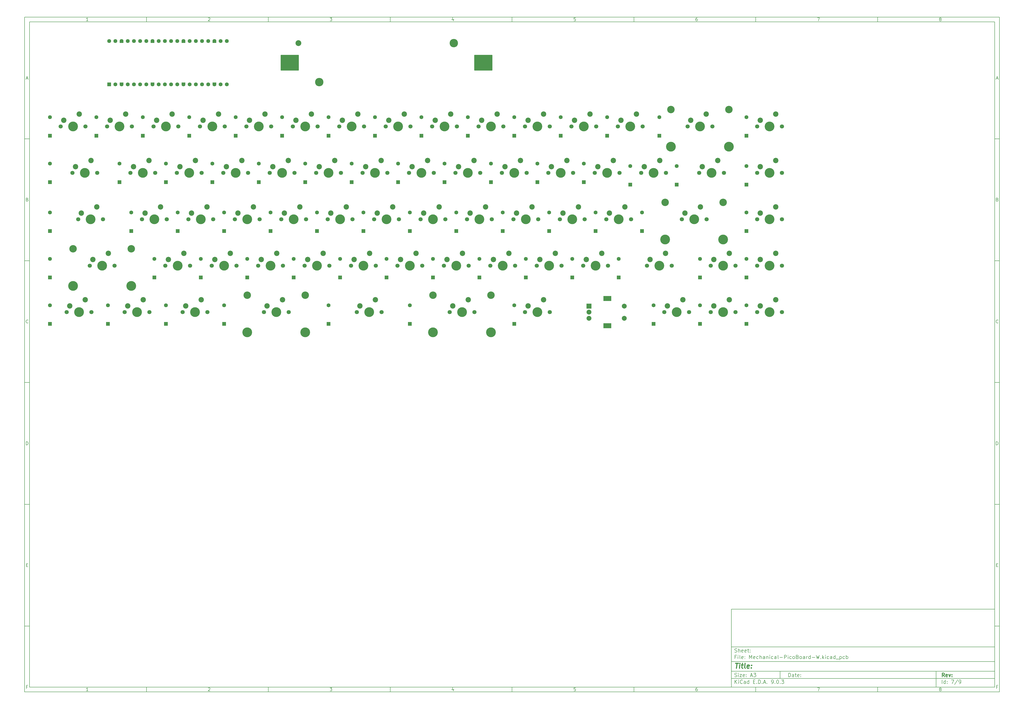
<source format=gts>
%TF.GenerationSoftware,KiCad,Pcbnew,9.0.3*%
%TF.CreationDate,2025-07-17T14:52:48+05:30*%
%TF.ProjectId,Mechanical-PicoBoard-W,4d656368-616e-4696-9361-6c2d5069636f,rev?*%
%TF.SameCoordinates,Original*%
%TF.FileFunction,Soldermask,Top*%
%TF.FilePolarity,Negative*%
%FSLAX46Y46*%
G04 Gerber Fmt 4.6, Leading zero omitted, Abs format (unit mm)*
G04 Created by KiCad (PCBNEW 9.0.3) date 2025-07-17 14:52:48*
%MOMM*%
%LPD*%
G01*
G04 APERTURE LIST*
G04 Aperture macros list*
%AMRoundRect*
0 Rectangle with rounded corners*
0 $1 Rounding radius*
0 $2 $3 $4 $5 $6 $7 $8 $9 X,Y pos of 4 corners*
0 Add a 4 corners polygon primitive as box body*
4,1,4,$2,$3,$4,$5,$6,$7,$8,$9,$2,$3,0*
0 Add four circle primitives for the rounded corners*
1,1,$1+$1,$2,$3*
1,1,$1+$1,$4,$5*
1,1,$1+$1,$6,$7*
1,1,$1+$1,$8,$9*
0 Add four rect primitives between the rounded corners*
20,1,$1+$1,$2,$3,$4,$5,0*
20,1,$1+$1,$4,$5,$6,$7,0*
20,1,$1+$1,$6,$7,$8,$9,0*
20,1,$1+$1,$8,$9,$2,$3,0*%
%AMFreePoly0*
4,1,37,0.603843,0.796157,0.639018,0.796157,0.711114,0.766294,0.766294,0.711114,0.796157,0.639018,0.796157,0.603843,0.800000,0.600000,0.800000,-0.600000,0.796157,-0.603843,0.796157,-0.639018,0.766294,-0.711114,0.711114,-0.766294,0.639018,-0.796157,0.603843,-0.796157,0.600000,-0.800000,0.000000,-0.800000,0.000000,-0.796148,-0.078414,-0.796148,-0.232228,-0.765552,-0.377117,-0.705537,
-0.507515,-0.618408,-0.618408,-0.507515,-0.705537,-0.377117,-0.765552,-0.232228,-0.796148,-0.078414,-0.796148,0.078414,-0.765552,0.232228,-0.705537,0.377117,-0.618408,0.507515,-0.507515,0.618408,-0.377117,0.705537,-0.232228,0.765552,-0.078414,0.796148,0.000000,0.796148,0.000000,0.800000,0.600000,0.800000,0.603843,0.796157,0.603843,0.796157,$1*%
%AMFreePoly1*
4,1,37,0.000000,0.796148,0.078414,0.796148,0.232228,0.765552,0.377117,0.705537,0.507515,0.618408,0.618408,0.507515,0.705537,0.377117,0.765552,0.232228,0.796148,0.078414,0.796148,-0.078414,0.765552,-0.232228,0.705537,-0.377117,0.618408,-0.507515,0.507515,-0.618408,0.377117,-0.705537,0.232228,-0.765552,0.078414,-0.796148,0.000000,-0.796148,0.000000,-0.800000,-0.600000,-0.800000,
-0.603843,-0.796157,-0.639018,-0.796157,-0.711114,-0.766294,-0.766294,-0.711114,-0.796157,-0.639018,-0.796157,-0.603843,-0.800000,-0.600000,-0.800000,0.600000,-0.796157,0.603843,-0.796157,0.639018,-0.766294,0.711114,-0.711114,0.766294,-0.639018,0.796157,-0.603843,0.796157,-0.600000,0.800000,0.000000,0.800000,0.000000,0.796148,0.000000,0.796148,$1*%
G04 Aperture macros list end*
%ADD10C,0.100000*%
%ADD11C,0.150000*%
%ADD12C,0.300000*%
%ADD13C,0.400000*%
%ADD14C,1.600000*%
%ADD15RoundRect,0.250000X0.550000X-0.550000X0.550000X0.550000X-0.550000X0.550000X-0.550000X-0.550000X0*%
%ADD16C,2.390000*%
%ADD17C,3.450000*%
%ADD18RoundRect,0.250003X-3.499997X-2.999997X3.499997X-2.999997X3.499997X2.999997X-3.499997X2.999997X0*%
%ADD19RoundRect,0.200000X0.600000X-0.600000X0.600000X0.600000X-0.600000X0.600000X-0.600000X-0.600000X0*%
%ADD20FreePoly0,90.000000*%
%ADD21FreePoly1,90.000000*%
%ADD22C,1.700000*%
%ADD23C,4.000000*%
%ADD24C,2.200000*%
%ADD25C,3.050000*%
%ADD26R,2.000000X2.000000*%
%ADD27C,2.000000*%
%ADD28R,3.200000X2.000000*%
G04 APERTURE END LIST*
D10*
D11*
X299989000Y-253002200D02*
X407989000Y-253002200D01*
X407989000Y-285002200D01*
X299989000Y-285002200D01*
X299989000Y-253002200D01*
D10*
D11*
X10000000Y-10000000D02*
X409989000Y-10000000D01*
X409989000Y-287002200D01*
X10000000Y-287002200D01*
X10000000Y-10000000D01*
D10*
D11*
X12000000Y-12000000D02*
X407989000Y-12000000D01*
X407989000Y-285002200D01*
X12000000Y-285002200D01*
X12000000Y-12000000D01*
D10*
D11*
X60000000Y-12000000D02*
X60000000Y-10000000D01*
D10*
D11*
X110000000Y-12000000D02*
X110000000Y-10000000D01*
D10*
D11*
X160000000Y-12000000D02*
X160000000Y-10000000D01*
D10*
D11*
X210000000Y-12000000D02*
X210000000Y-10000000D01*
D10*
D11*
X260000000Y-12000000D02*
X260000000Y-10000000D01*
D10*
D11*
X310000000Y-12000000D02*
X310000000Y-10000000D01*
D10*
D11*
X360000000Y-12000000D02*
X360000000Y-10000000D01*
D10*
D11*
X36089160Y-11593604D02*
X35346303Y-11593604D01*
X35717731Y-11593604D02*
X35717731Y-10293604D01*
X35717731Y-10293604D02*
X35593922Y-10479319D01*
X35593922Y-10479319D02*
X35470112Y-10603128D01*
X35470112Y-10603128D02*
X35346303Y-10665033D01*
D10*
D11*
X85346303Y-10417414D02*
X85408207Y-10355509D01*
X85408207Y-10355509D02*
X85532017Y-10293604D01*
X85532017Y-10293604D02*
X85841541Y-10293604D01*
X85841541Y-10293604D02*
X85965350Y-10355509D01*
X85965350Y-10355509D02*
X86027255Y-10417414D01*
X86027255Y-10417414D02*
X86089160Y-10541223D01*
X86089160Y-10541223D02*
X86089160Y-10665033D01*
X86089160Y-10665033D02*
X86027255Y-10850747D01*
X86027255Y-10850747D02*
X85284398Y-11593604D01*
X85284398Y-11593604D02*
X86089160Y-11593604D01*
D10*
D11*
X135284398Y-10293604D02*
X136089160Y-10293604D01*
X136089160Y-10293604D02*
X135655826Y-10788842D01*
X135655826Y-10788842D02*
X135841541Y-10788842D01*
X135841541Y-10788842D02*
X135965350Y-10850747D01*
X135965350Y-10850747D02*
X136027255Y-10912652D01*
X136027255Y-10912652D02*
X136089160Y-11036461D01*
X136089160Y-11036461D02*
X136089160Y-11345985D01*
X136089160Y-11345985D02*
X136027255Y-11469795D01*
X136027255Y-11469795D02*
X135965350Y-11531700D01*
X135965350Y-11531700D02*
X135841541Y-11593604D01*
X135841541Y-11593604D02*
X135470112Y-11593604D01*
X135470112Y-11593604D02*
X135346303Y-11531700D01*
X135346303Y-11531700D02*
X135284398Y-11469795D01*
D10*
D11*
X185965350Y-10726938D02*
X185965350Y-11593604D01*
X185655826Y-10231700D02*
X185346303Y-11160271D01*
X185346303Y-11160271D02*
X186151064Y-11160271D01*
D10*
D11*
X236027255Y-10293604D02*
X235408207Y-10293604D01*
X235408207Y-10293604D02*
X235346303Y-10912652D01*
X235346303Y-10912652D02*
X235408207Y-10850747D01*
X235408207Y-10850747D02*
X235532017Y-10788842D01*
X235532017Y-10788842D02*
X235841541Y-10788842D01*
X235841541Y-10788842D02*
X235965350Y-10850747D01*
X235965350Y-10850747D02*
X236027255Y-10912652D01*
X236027255Y-10912652D02*
X236089160Y-11036461D01*
X236089160Y-11036461D02*
X236089160Y-11345985D01*
X236089160Y-11345985D02*
X236027255Y-11469795D01*
X236027255Y-11469795D02*
X235965350Y-11531700D01*
X235965350Y-11531700D02*
X235841541Y-11593604D01*
X235841541Y-11593604D02*
X235532017Y-11593604D01*
X235532017Y-11593604D02*
X235408207Y-11531700D01*
X235408207Y-11531700D02*
X235346303Y-11469795D01*
D10*
D11*
X285965350Y-10293604D02*
X285717731Y-10293604D01*
X285717731Y-10293604D02*
X285593922Y-10355509D01*
X285593922Y-10355509D02*
X285532017Y-10417414D01*
X285532017Y-10417414D02*
X285408207Y-10603128D01*
X285408207Y-10603128D02*
X285346303Y-10850747D01*
X285346303Y-10850747D02*
X285346303Y-11345985D01*
X285346303Y-11345985D02*
X285408207Y-11469795D01*
X285408207Y-11469795D02*
X285470112Y-11531700D01*
X285470112Y-11531700D02*
X285593922Y-11593604D01*
X285593922Y-11593604D02*
X285841541Y-11593604D01*
X285841541Y-11593604D02*
X285965350Y-11531700D01*
X285965350Y-11531700D02*
X286027255Y-11469795D01*
X286027255Y-11469795D02*
X286089160Y-11345985D01*
X286089160Y-11345985D02*
X286089160Y-11036461D01*
X286089160Y-11036461D02*
X286027255Y-10912652D01*
X286027255Y-10912652D02*
X285965350Y-10850747D01*
X285965350Y-10850747D02*
X285841541Y-10788842D01*
X285841541Y-10788842D02*
X285593922Y-10788842D01*
X285593922Y-10788842D02*
X285470112Y-10850747D01*
X285470112Y-10850747D02*
X285408207Y-10912652D01*
X285408207Y-10912652D02*
X285346303Y-11036461D01*
D10*
D11*
X335284398Y-10293604D02*
X336151064Y-10293604D01*
X336151064Y-10293604D02*
X335593922Y-11593604D01*
D10*
D11*
X385593922Y-10850747D02*
X385470112Y-10788842D01*
X385470112Y-10788842D02*
X385408207Y-10726938D01*
X385408207Y-10726938D02*
X385346303Y-10603128D01*
X385346303Y-10603128D02*
X385346303Y-10541223D01*
X385346303Y-10541223D02*
X385408207Y-10417414D01*
X385408207Y-10417414D02*
X385470112Y-10355509D01*
X385470112Y-10355509D02*
X385593922Y-10293604D01*
X385593922Y-10293604D02*
X385841541Y-10293604D01*
X385841541Y-10293604D02*
X385965350Y-10355509D01*
X385965350Y-10355509D02*
X386027255Y-10417414D01*
X386027255Y-10417414D02*
X386089160Y-10541223D01*
X386089160Y-10541223D02*
X386089160Y-10603128D01*
X386089160Y-10603128D02*
X386027255Y-10726938D01*
X386027255Y-10726938D02*
X385965350Y-10788842D01*
X385965350Y-10788842D02*
X385841541Y-10850747D01*
X385841541Y-10850747D02*
X385593922Y-10850747D01*
X385593922Y-10850747D02*
X385470112Y-10912652D01*
X385470112Y-10912652D02*
X385408207Y-10974557D01*
X385408207Y-10974557D02*
X385346303Y-11098366D01*
X385346303Y-11098366D02*
X385346303Y-11345985D01*
X385346303Y-11345985D02*
X385408207Y-11469795D01*
X385408207Y-11469795D02*
X385470112Y-11531700D01*
X385470112Y-11531700D02*
X385593922Y-11593604D01*
X385593922Y-11593604D02*
X385841541Y-11593604D01*
X385841541Y-11593604D02*
X385965350Y-11531700D01*
X385965350Y-11531700D02*
X386027255Y-11469795D01*
X386027255Y-11469795D02*
X386089160Y-11345985D01*
X386089160Y-11345985D02*
X386089160Y-11098366D01*
X386089160Y-11098366D02*
X386027255Y-10974557D01*
X386027255Y-10974557D02*
X385965350Y-10912652D01*
X385965350Y-10912652D02*
X385841541Y-10850747D01*
D10*
D11*
X60000000Y-285002200D02*
X60000000Y-287002200D01*
D10*
D11*
X110000000Y-285002200D02*
X110000000Y-287002200D01*
D10*
D11*
X160000000Y-285002200D02*
X160000000Y-287002200D01*
D10*
D11*
X210000000Y-285002200D02*
X210000000Y-287002200D01*
D10*
D11*
X260000000Y-285002200D02*
X260000000Y-287002200D01*
D10*
D11*
X310000000Y-285002200D02*
X310000000Y-287002200D01*
D10*
D11*
X360000000Y-285002200D02*
X360000000Y-287002200D01*
D10*
D11*
X36089160Y-286595804D02*
X35346303Y-286595804D01*
X35717731Y-286595804D02*
X35717731Y-285295804D01*
X35717731Y-285295804D02*
X35593922Y-285481519D01*
X35593922Y-285481519D02*
X35470112Y-285605328D01*
X35470112Y-285605328D02*
X35346303Y-285667233D01*
D10*
D11*
X85346303Y-285419614D02*
X85408207Y-285357709D01*
X85408207Y-285357709D02*
X85532017Y-285295804D01*
X85532017Y-285295804D02*
X85841541Y-285295804D01*
X85841541Y-285295804D02*
X85965350Y-285357709D01*
X85965350Y-285357709D02*
X86027255Y-285419614D01*
X86027255Y-285419614D02*
X86089160Y-285543423D01*
X86089160Y-285543423D02*
X86089160Y-285667233D01*
X86089160Y-285667233D02*
X86027255Y-285852947D01*
X86027255Y-285852947D02*
X85284398Y-286595804D01*
X85284398Y-286595804D02*
X86089160Y-286595804D01*
D10*
D11*
X135284398Y-285295804D02*
X136089160Y-285295804D01*
X136089160Y-285295804D02*
X135655826Y-285791042D01*
X135655826Y-285791042D02*
X135841541Y-285791042D01*
X135841541Y-285791042D02*
X135965350Y-285852947D01*
X135965350Y-285852947D02*
X136027255Y-285914852D01*
X136027255Y-285914852D02*
X136089160Y-286038661D01*
X136089160Y-286038661D02*
X136089160Y-286348185D01*
X136089160Y-286348185D02*
X136027255Y-286471995D01*
X136027255Y-286471995D02*
X135965350Y-286533900D01*
X135965350Y-286533900D02*
X135841541Y-286595804D01*
X135841541Y-286595804D02*
X135470112Y-286595804D01*
X135470112Y-286595804D02*
X135346303Y-286533900D01*
X135346303Y-286533900D02*
X135284398Y-286471995D01*
D10*
D11*
X185965350Y-285729138D02*
X185965350Y-286595804D01*
X185655826Y-285233900D02*
X185346303Y-286162471D01*
X185346303Y-286162471D02*
X186151064Y-286162471D01*
D10*
D11*
X236027255Y-285295804D02*
X235408207Y-285295804D01*
X235408207Y-285295804D02*
X235346303Y-285914852D01*
X235346303Y-285914852D02*
X235408207Y-285852947D01*
X235408207Y-285852947D02*
X235532017Y-285791042D01*
X235532017Y-285791042D02*
X235841541Y-285791042D01*
X235841541Y-285791042D02*
X235965350Y-285852947D01*
X235965350Y-285852947D02*
X236027255Y-285914852D01*
X236027255Y-285914852D02*
X236089160Y-286038661D01*
X236089160Y-286038661D02*
X236089160Y-286348185D01*
X236089160Y-286348185D02*
X236027255Y-286471995D01*
X236027255Y-286471995D02*
X235965350Y-286533900D01*
X235965350Y-286533900D02*
X235841541Y-286595804D01*
X235841541Y-286595804D02*
X235532017Y-286595804D01*
X235532017Y-286595804D02*
X235408207Y-286533900D01*
X235408207Y-286533900D02*
X235346303Y-286471995D01*
D10*
D11*
X285965350Y-285295804D02*
X285717731Y-285295804D01*
X285717731Y-285295804D02*
X285593922Y-285357709D01*
X285593922Y-285357709D02*
X285532017Y-285419614D01*
X285532017Y-285419614D02*
X285408207Y-285605328D01*
X285408207Y-285605328D02*
X285346303Y-285852947D01*
X285346303Y-285852947D02*
X285346303Y-286348185D01*
X285346303Y-286348185D02*
X285408207Y-286471995D01*
X285408207Y-286471995D02*
X285470112Y-286533900D01*
X285470112Y-286533900D02*
X285593922Y-286595804D01*
X285593922Y-286595804D02*
X285841541Y-286595804D01*
X285841541Y-286595804D02*
X285965350Y-286533900D01*
X285965350Y-286533900D02*
X286027255Y-286471995D01*
X286027255Y-286471995D02*
X286089160Y-286348185D01*
X286089160Y-286348185D02*
X286089160Y-286038661D01*
X286089160Y-286038661D02*
X286027255Y-285914852D01*
X286027255Y-285914852D02*
X285965350Y-285852947D01*
X285965350Y-285852947D02*
X285841541Y-285791042D01*
X285841541Y-285791042D02*
X285593922Y-285791042D01*
X285593922Y-285791042D02*
X285470112Y-285852947D01*
X285470112Y-285852947D02*
X285408207Y-285914852D01*
X285408207Y-285914852D02*
X285346303Y-286038661D01*
D10*
D11*
X335284398Y-285295804D02*
X336151064Y-285295804D01*
X336151064Y-285295804D02*
X335593922Y-286595804D01*
D10*
D11*
X385593922Y-285852947D02*
X385470112Y-285791042D01*
X385470112Y-285791042D02*
X385408207Y-285729138D01*
X385408207Y-285729138D02*
X385346303Y-285605328D01*
X385346303Y-285605328D02*
X385346303Y-285543423D01*
X385346303Y-285543423D02*
X385408207Y-285419614D01*
X385408207Y-285419614D02*
X385470112Y-285357709D01*
X385470112Y-285357709D02*
X385593922Y-285295804D01*
X385593922Y-285295804D02*
X385841541Y-285295804D01*
X385841541Y-285295804D02*
X385965350Y-285357709D01*
X385965350Y-285357709D02*
X386027255Y-285419614D01*
X386027255Y-285419614D02*
X386089160Y-285543423D01*
X386089160Y-285543423D02*
X386089160Y-285605328D01*
X386089160Y-285605328D02*
X386027255Y-285729138D01*
X386027255Y-285729138D02*
X385965350Y-285791042D01*
X385965350Y-285791042D02*
X385841541Y-285852947D01*
X385841541Y-285852947D02*
X385593922Y-285852947D01*
X385593922Y-285852947D02*
X385470112Y-285914852D01*
X385470112Y-285914852D02*
X385408207Y-285976757D01*
X385408207Y-285976757D02*
X385346303Y-286100566D01*
X385346303Y-286100566D02*
X385346303Y-286348185D01*
X385346303Y-286348185D02*
X385408207Y-286471995D01*
X385408207Y-286471995D02*
X385470112Y-286533900D01*
X385470112Y-286533900D02*
X385593922Y-286595804D01*
X385593922Y-286595804D02*
X385841541Y-286595804D01*
X385841541Y-286595804D02*
X385965350Y-286533900D01*
X385965350Y-286533900D02*
X386027255Y-286471995D01*
X386027255Y-286471995D02*
X386089160Y-286348185D01*
X386089160Y-286348185D02*
X386089160Y-286100566D01*
X386089160Y-286100566D02*
X386027255Y-285976757D01*
X386027255Y-285976757D02*
X385965350Y-285914852D01*
X385965350Y-285914852D02*
X385841541Y-285852947D01*
D10*
D11*
X10000000Y-60000000D02*
X12000000Y-60000000D01*
D10*
D11*
X10000000Y-110000000D02*
X12000000Y-110000000D01*
D10*
D11*
X10000000Y-160000000D02*
X12000000Y-160000000D01*
D10*
D11*
X10000000Y-210000000D02*
X12000000Y-210000000D01*
D10*
D11*
X10000000Y-260000000D02*
X12000000Y-260000000D01*
D10*
D11*
X10690476Y-35222176D02*
X11309523Y-35222176D01*
X10566666Y-35593604D02*
X10999999Y-34293604D01*
X10999999Y-34293604D02*
X11433333Y-35593604D01*
D10*
D11*
X11092857Y-84912652D02*
X11278571Y-84974557D01*
X11278571Y-84974557D02*
X11340476Y-85036461D01*
X11340476Y-85036461D02*
X11402380Y-85160271D01*
X11402380Y-85160271D02*
X11402380Y-85345985D01*
X11402380Y-85345985D02*
X11340476Y-85469795D01*
X11340476Y-85469795D02*
X11278571Y-85531700D01*
X11278571Y-85531700D02*
X11154761Y-85593604D01*
X11154761Y-85593604D02*
X10659523Y-85593604D01*
X10659523Y-85593604D02*
X10659523Y-84293604D01*
X10659523Y-84293604D02*
X11092857Y-84293604D01*
X11092857Y-84293604D02*
X11216666Y-84355509D01*
X11216666Y-84355509D02*
X11278571Y-84417414D01*
X11278571Y-84417414D02*
X11340476Y-84541223D01*
X11340476Y-84541223D02*
X11340476Y-84665033D01*
X11340476Y-84665033D02*
X11278571Y-84788842D01*
X11278571Y-84788842D02*
X11216666Y-84850747D01*
X11216666Y-84850747D02*
X11092857Y-84912652D01*
X11092857Y-84912652D02*
X10659523Y-84912652D01*
D10*
D11*
X11402380Y-135469795D02*
X11340476Y-135531700D01*
X11340476Y-135531700D02*
X11154761Y-135593604D01*
X11154761Y-135593604D02*
X11030952Y-135593604D01*
X11030952Y-135593604D02*
X10845238Y-135531700D01*
X10845238Y-135531700D02*
X10721428Y-135407890D01*
X10721428Y-135407890D02*
X10659523Y-135284080D01*
X10659523Y-135284080D02*
X10597619Y-135036461D01*
X10597619Y-135036461D02*
X10597619Y-134850747D01*
X10597619Y-134850747D02*
X10659523Y-134603128D01*
X10659523Y-134603128D02*
X10721428Y-134479319D01*
X10721428Y-134479319D02*
X10845238Y-134355509D01*
X10845238Y-134355509D02*
X11030952Y-134293604D01*
X11030952Y-134293604D02*
X11154761Y-134293604D01*
X11154761Y-134293604D02*
X11340476Y-134355509D01*
X11340476Y-134355509D02*
X11402380Y-134417414D01*
D10*
D11*
X10659523Y-185593604D02*
X10659523Y-184293604D01*
X10659523Y-184293604D02*
X10969047Y-184293604D01*
X10969047Y-184293604D02*
X11154761Y-184355509D01*
X11154761Y-184355509D02*
X11278571Y-184479319D01*
X11278571Y-184479319D02*
X11340476Y-184603128D01*
X11340476Y-184603128D02*
X11402380Y-184850747D01*
X11402380Y-184850747D02*
X11402380Y-185036461D01*
X11402380Y-185036461D02*
X11340476Y-185284080D01*
X11340476Y-185284080D02*
X11278571Y-185407890D01*
X11278571Y-185407890D02*
X11154761Y-185531700D01*
X11154761Y-185531700D02*
X10969047Y-185593604D01*
X10969047Y-185593604D02*
X10659523Y-185593604D01*
D10*
D11*
X10721428Y-234912652D02*
X11154762Y-234912652D01*
X11340476Y-235593604D02*
X10721428Y-235593604D01*
X10721428Y-235593604D02*
X10721428Y-234293604D01*
X10721428Y-234293604D02*
X11340476Y-234293604D01*
D10*
D11*
X11185714Y-284912652D02*
X10752380Y-284912652D01*
X10752380Y-285593604D02*
X10752380Y-284293604D01*
X10752380Y-284293604D02*
X11371428Y-284293604D01*
D10*
D11*
X409989000Y-60000000D02*
X407989000Y-60000000D01*
D10*
D11*
X409989000Y-110000000D02*
X407989000Y-110000000D01*
D10*
D11*
X409989000Y-160000000D02*
X407989000Y-160000000D01*
D10*
D11*
X409989000Y-210000000D02*
X407989000Y-210000000D01*
D10*
D11*
X409989000Y-260000000D02*
X407989000Y-260000000D01*
D10*
D11*
X408679476Y-35222176D02*
X409298523Y-35222176D01*
X408555666Y-35593604D02*
X408988999Y-34293604D01*
X408988999Y-34293604D02*
X409422333Y-35593604D01*
D10*
D11*
X409081857Y-84912652D02*
X409267571Y-84974557D01*
X409267571Y-84974557D02*
X409329476Y-85036461D01*
X409329476Y-85036461D02*
X409391380Y-85160271D01*
X409391380Y-85160271D02*
X409391380Y-85345985D01*
X409391380Y-85345985D02*
X409329476Y-85469795D01*
X409329476Y-85469795D02*
X409267571Y-85531700D01*
X409267571Y-85531700D02*
X409143761Y-85593604D01*
X409143761Y-85593604D02*
X408648523Y-85593604D01*
X408648523Y-85593604D02*
X408648523Y-84293604D01*
X408648523Y-84293604D02*
X409081857Y-84293604D01*
X409081857Y-84293604D02*
X409205666Y-84355509D01*
X409205666Y-84355509D02*
X409267571Y-84417414D01*
X409267571Y-84417414D02*
X409329476Y-84541223D01*
X409329476Y-84541223D02*
X409329476Y-84665033D01*
X409329476Y-84665033D02*
X409267571Y-84788842D01*
X409267571Y-84788842D02*
X409205666Y-84850747D01*
X409205666Y-84850747D02*
X409081857Y-84912652D01*
X409081857Y-84912652D02*
X408648523Y-84912652D01*
D10*
D11*
X409391380Y-135469795D02*
X409329476Y-135531700D01*
X409329476Y-135531700D02*
X409143761Y-135593604D01*
X409143761Y-135593604D02*
X409019952Y-135593604D01*
X409019952Y-135593604D02*
X408834238Y-135531700D01*
X408834238Y-135531700D02*
X408710428Y-135407890D01*
X408710428Y-135407890D02*
X408648523Y-135284080D01*
X408648523Y-135284080D02*
X408586619Y-135036461D01*
X408586619Y-135036461D02*
X408586619Y-134850747D01*
X408586619Y-134850747D02*
X408648523Y-134603128D01*
X408648523Y-134603128D02*
X408710428Y-134479319D01*
X408710428Y-134479319D02*
X408834238Y-134355509D01*
X408834238Y-134355509D02*
X409019952Y-134293604D01*
X409019952Y-134293604D02*
X409143761Y-134293604D01*
X409143761Y-134293604D02*
X409329476Y-134355509D01*
X409329476Y-134355509D02*
X409391380Y-134417414D01*
D10*
D11*
X408648523Y-185593604D02*
X408648523Y-184293604D01*
X408648523Y-184293604D02*
X408958047Y-184293604D01*
X408958047Y-184293604D02*
X409143761Y-184355509D01*
X409143761Y-184355509D02*
X409267571Y-184479319D01*
X409267571Y-184479319D02*
X409329476Y-184603128D01*
X409329476Y-184603128D02*
X409391380Y-184850747D01*
X409391380Y-184850747D02*
X409391380Y-185036461D01*
X409391380Y-185036461D02*
X409329476Y-185284080D01*
X409329476Y-185284080D02*
X409267571Y-185407890D01*
X409267571Y-185407890D02*
X409143761Y-185531700D01*
X409143761Y-185531700D02*
X408958047Y-185593604D01*
X408958047Y-185593604D02*
X408648523Y-185593604D01*
D10*
D11*
X408710428Y-234912652D02*
X409143762Y-234912652D01*
X409329476Y-235593604D02*
X408710428Y-235593604D01*
X408710428Y-235593604D02*
X408710428Y-234293604D01*
X408710428Y-234293604D02*
X409329476Y-234293604D01*
D10*
D11*
X409174714Y-284912652D02*
X408741380Y-284912652D01*
X408741380Y-285593604D02*
X408741380Y-284293604D01*
X408741380Y-284293604D02*
X409360428Y-284293604D01*
D10*
D11*
X323444826Y-280788328D02*
X323444826Y-279288328D01*
X323444826Y-279288328D02*
X323801969Y-279288328D01*
X323801969Y-279288328D02*
X324016255Y-279359757D01*
X324016255Y-279359757D02*
X324159112Y-279502614D01*
X324159112Y-279502614D02*
X324230541Y-279645471D01*
X324230541Y-279645471D02*
X324301969Y-279931185D01*
X324301969Y-279931185D02*
X324301969Y-280145471D01*
X324301969Y-280145471D02*
X324230541Y-280431185D01*
X324230541Y-280431185D02*
X324159112Y-280574042D01*
X324159112Y-280574042D02*
X324016255Y-280716900D01*
X324016255Y-280716900D02*
X323801969Y-280788328D01*
X323801969Y-280788328D02*
X323444826Y-280788328D01*
X325587684Y-280788328D02*
X325587684Y-280002614D01*
X325587684Y-280002614D02*
X325516255Y-279859757D01*
X325516255Y-279859757D02*
X325373398Y-279788328D01*
X325373398Y-279788328D02*
X325087684Y-279788328D01*
X325087684Y-279788328D02*
X324944826Y-279859757D01*
X325587684Y-280716900D02*
X325444826Y-280788328D01*
X325444826Y-280788328D02*
X325087684Y-280788328D01*
X325087684Y-280788328D02*
X324944826Y-280716900D01*
X324944826Y-280716900D02*
X324873398Y-280574042D01*
X324873398Y-280574042D02*
X324873398Y-280431185D01*
X324873398Y-280431185D02*
X324944826Y-280288328D01*
X324944826Y-280288328D02*
X325087684Y-280216900D01*
X325087684Y-280216900D02*
X325444826Y-280216900D01*
X325444826Y-280216900D02*
X325587684Y-280145471D01*
X326087684Y-279788328D02*
X326659112Y-279788328D01*
X326301969Y-279288328D02*
X326301969Y-280574042D01*
X326301969Y-280574042D02*
X326373398Y-280716900D01*
X326373398Y-280716900D02*
X326516255Y-280788328D01*
X326516255Y-280788328D02*
X326659112Y-280788328D01*
X327730541Y-280716900D02*
X327587684Y-280788328D01*
X327587684Y-280788328D02*
X327301970Y-280788328D01*
X327301970Y-280788328D02*
X327159112Y-280716900D01*
X327159112Y-280716900D02*
X327087684Y-280574042D01*
X327087684Y-280574042D02*
X327087684Y-280002614D01*
X327087684Y-280002614D02*
X327159112Y-279859757D01*
X327159112Y-279859757D02*
X327301970Y-279788328D01*
X327301970Y-279788328D02*
X327587684Y-279788328D01*
X327587684Y-279788328D02*
X327730541Y-279859757D01*
X327730541Y-279859757D02*
X327801970Y-280002614D01*
X327801970Y-280002614D02*
X327801970Y-280145471D01*
X327801970Y-280145471D02*
X327087684Y-280288328D01*
X328444826Y-280645471D02*
X328516255Y-280716900D01*
X328516255Y-280716900D02*
X328444826Y-280788328D01*
X328444826Y-280788328D02*
X328373398Y-280716900D01*
X328373398Y-280716900D02*
X328444826Y-280645471D01*
X328444826Y-280645471D02*
X328444826Y-280788328D01*
X328444826Y-279859757D02*
X328516255Y-279931185D01*
X328516255Y-279931185D02*
X328444826Y-280002614D01*
X328444826Y-280002614D02*
X328373398Y-279931185D01*
X328373398Y-279931185D02*
X328444826Y-279859757D01*
X328444826Y-279859757D02*
X328444826Y-280002614D01*
D10*
D11*
X299989000Y-281502200D02*
X407989000Y-281502200D01*
D10*
D11*
X301444826Y-283588328D02*
X301444826Y-282088328D01*
X302301969Y-283588328D02*
X301659112Y-282731185D01*
X302301969Y-282088328D02*
X301444826Y-282945471D01*
X302944826Y-283588328D02*
X302944826Y-282588328D01*
X302944826Y-282088328D02*
X302873398Y-282159757D01*
X302873398Y-282159757D02*
X302944826Y-282231185D01*
X302944826Y-282231185D02*
X303016255Y-282159757D01*
X303016255Y-282159757D02*
X302944826Y-282088328D01*
X302944826Y-282088328D02*
X302944826Y-282231185D01*
X304516255Y-283445471D02*
X304444827Y-283516900D01*
X304444827Y-283516900D02*
X304230541Y-283588328D01*
X304230541Y-283588328D02*
X304087684Y-283588328D01*
X304087684Y-283588328D02*
X303873398Y-283516900D01*
X303873398Y-283516900D02*
X303730541Y-283374042D01*
X303730541Y-283374042D02*
X303659112Y-283231185D01*
X303659112Y-283231185D02*
X303587684Y-282945471D01*
X303587684Y-282945471D02*
X303587684Y-282731185D01*
X303587684Y-282731185D02*
X303659112Y-282445471D01*
X303659112Y-282445471D02*
X303730541Y-282302614D01*
X303730541Y-282302614D02*
X303873398Y-282159757D01*
X303873398Y-282159757D02*
X304087684Y-282088328D01*
X304087684Y-282088328D02*
X304230541Y-282088328D01*
X304230541Y-282088328D02*
X304444827Y-282159757D01*
X304444827Y-282159757D02*
X304516255Y-282231185D01*
X305801970Y-283588328D02*
X305801970Y-282802614D01*
X305801970Y-282802614D02*
X305730541Y-282659757D01*
X305730541Y-282659757D02*
X305587684Y-282588328D01*
X305587684Y-282588328D02*
X305301970Y-282588328D01*
X305301970Y-282588328D02*
X305159112Y-282659757D01*
X305801970Y-283516900D02*
X305659112Y-283588328D01*
X305659112Y-283588328D02*
X305301970Y-283588328D01*
X305301970Y-283588328D02*
X305159112Y-283516900D01*
X305159112Y-283516900D02*
X305087684Y-283374042D01*
X305087684Y-283374042D02*
X305087684Y-283231185D01*
X305087684Y-283231185D02*
X305159112Y-283088328D01*
X305159112Y-283088328D02*
X305301970Y-283016900D01*
X305301970Y-283016900D02*
X305659112Y-283016900D01*
X305659112Y-283016900D02*
X305801970Y-282945471D01*
X307159113Y-283588328D02*
X307159113Y-282088328D01*
X307159113Y-283516900D02*
X307016255Y-283588328D01*
X307016255Y-283588328D02*
X306730541Y-283588328D01*
X306730541Y-283588328D02*
X306587684Y-283516900D01*
X306587684Y-283516900D02*
X306516255Y-283445471D01*
X306516255Y-283445471D02*
X306444827Y-283302614D01*
X306444827Y-283302614D02*
X306444827Y-282874042D01*
X306444827Y-282874042D02*
X306516255Y-282731185D01*
X306516255Y-282731185D02*
X306587684Y-282659757D01*
X306587684Y-282659757D02*
X306730541Y-282588328D01*
X306730541Y-282588328D02*
X307016255Y-282588328D01*
X307016255Y-282588328D02*
X307159113Y-282659757D01*
X309016255Y-282802614D02*
X309516255Y-282802614D01*
X309730541Y-283588328D02*
X309016255Y-283588328D01*
X309016255Y-283588328D02*
X309016255Y-282088328D01*
X309016255Y-282088328D02*
X309730541Y-282088328D01*
X310373398Y-283445471D02*
X310444827Y-283516900D01*
X310444827Y-283516900D02*
X310373398Y-283588328D01*
X310373398Y-283588328D02*
X310301970Y-283516900D01*
X310301970Y-283516900D02*
X310373398Y-283445471D01*
X310373398Y-283445471D02*
X310373398Y-283588328D01*
X311087684Y-283588328D02*
X311087684Y-282088328D01*
X311087684Y-282088328D02*
X311444827Y-282088328D01*
X311444827Y-282088328D02*
X311659113Y-282159757D01*
X311659113Y-282159757D02*
X311801970Y-282302614D01*
X311801970Y-282302614D02*
X311873399Y-282445471D01*
X311873399Y-282445471D02*
X311944827Y-282731185D01*
X311944827Y-282731185D02*
X311944827Y-282945471D01*
X311944827Y-282945471D02*
X311873399Y-283231185D01*
X311873399Y-283231185D02*
X311801970Y-283374042D01*
X311801970Y-283374042D02*
X311659113Y-283516900D01*
X311659113Y-283516900D02*
X311444827Y-283588328D01*
X311444827Y-283588328D02*
X311087684Y-283588328D01*
X312587684Y-283445471D02*
X312659113Y-283516900D01*
X312659113Y-283516900D02*
X312587684Y-283588328D01*
X312587684Y-283588328D02*
X312516256Y-283516900D01*
X312516256Y-283516900D02*
X312587684Y-283445471D01*
X312587684Y-283445471D02*
X312587684Y-283588328D01*
X313230542Y-283159757D02*
X313944828Y-283159757D01*
X313087685Y-283588328D02*
X313587685Y-282088328D01*
X313587685Y-282088328D02*
X314087685Y-283588328D01*
X314587684Y-283445471D02*
X314659113Y-283516900D01*
X314659113Y-283516900D02*
X314587684Y-283588328D01*
X314587684Y-283588328D02*
X314516256Y-283516900D01*
X314516256Y-283516900D02*
X314587684Y-283445471D01*
X314587684Y-283445471D02*
X314587684Y-283588328D01*
X316516256Y-283588328D02*
X316801970Y-283588328D01*
X316801970Y-283588328D02*
X316944827Y-283516900D01*
X316944827Y-283516900D02*
X317016256Y-283445471D01*
X317016256Y-283445471D02*
X317159113Y-283231185D01*
X317159113Y-283231185D02*
X317230542Y-282945471D01*
X317230542Y-282945471D02*
X317230542Y-282374042D01*
X317230542Y-282374042D02*
X317159113Y-282231185D01*
X317159113Y-282231185D02*
X317087685Y-282159757D01*
X317087685Y-282159757D02*
X316944827Y-282088328D01*
X316944827Y-282088328D02*
X316659113Y-282088328D01*
X316659113Y-282088328D02*
X316516256Y-282159757D01*
X316516256Y-282159757D02*
X316444827Y-282231185D01*
X316444827Y-282231185D02*
X316373399Y-282374042D01*
X316373399Y-282374042D02*
X316373399Y-282731185D01*
X316373399Y-282731185D02*
X316444827Y-282874042D01*
X316444827Y-282874042D02*
X316516256Y-282945471D01*
X316516256Y-282945471D02*
X316659113Y-283016900D01*
X316659113Y-283016900D02*
X316944827Y-283016900D01*
X316944827Y-283016900D02*
X317087685Y-282945471D01*
X317087685Y-282945471D02*
X317159113Y-282874042D01*
X317159113Y-282874042D02*
X317230542Y-282731185D01*
X317873398Y-283445471D02*
X317944827Y-283516900D01*
X317944827Y-283516900D02*
X317873398Y-283588328D01*
X317873398Y-283588328D02*
X317801970Y-283516900D01*
X317801970Y-283516900D02*
X317873398Y-283445471D01*
X317873398Y-283445471D02*
X317873398Y-283588328D01*
X318873399Y-282088328D02*
X319016256Y-282088328D01*
X319016256Y-282088328D02*
X319159113Y-282159757D01*
X319159113Y-282159757D02*
X319230542Y-282231185D01*
X319230542Y-282231185D02*
X319301970Y-282374042D01*
X319301970Y-282374042D02*
X319373399Y-282659757D01*
X319373399Y-282659757D02*
X319373399Y-283016900D01*
X319373399Y-283016900D02*
X319301970Y-283302614D01*
X319301970Y-283302614D02*
X319230542Y-283445471D01*
X319230542Y-283445471D02*
X319159113Y-283516900D01*
X319159113Y-283516900D02*
X319016256Y-283588328D01*
X319016256Y-283588328D02*
X318873399Y-283588328D01*
X318873399Y-283588328D02*
X318730542Y-283516900D01*
X318730542Y-283516900D02*
X318659113Y-283445471D01*
X318659113Y-283445471D02*
X318587684Y-283302614D01*
X318587684Y-283302614D02*
X318516256Y-283016900D01*
X318516256Y-283016900D02*
X318516256Y-282659757D01*
X318516256Y-282659757D02*
X318587684Y-282374042D01*
X318587684Y-282374042D02*
X318659113Y-282231185D01*
X318659113Y-282231185D02*
X318730542Y-282159757D01*
X318730542Y-282159757D02*
X318873399Y-282088328D01*
X320016255Y-283445471D02*
X320087684Y-283516900D01*
X320087684Y-283516900D02*
X320016255Y-283588328D01*
X320016255Y-283588328D02*
X319944827Y-283516900D01*
X319944827Y-283516900D02*
X320016255Y-283445471D01*
X320016255Y-283445471D02*
X320016255Y-283588328D01*
X320587684Y-282088328D02*
X321516256Y-282088328D01*
X321516256Y-282088328D02*
X321016256Y-282659757D01*
X321016256Y-282659757D02*
X321230541Y-282659757D01*
X321230541Y-282659757D02*
X321373399Y-282731185D01*
X321373399Y-282731185D02*
X321444827Y-282802614D01*
X321444827Y-282802614D02*
X321516256Y-282945471D01*
X321516256Y-282945471D02*
X321516256Y-283302614D01*
X321516256Y-283302614D02*
X321444827Y-283445471D01*
X321444827Y-283445471D02*
X321373399Y-283516900D01*
X321373399Y-283516900D02*
X321230541Y-283588328D01*
X321230541Y-283588328D02*
X320801970Y-283588328D01*
X320801970Y-283588328D02*
X320659113Y-283516900D01*
X320659113Y-283516900D02*
X320587684Y-283445471D01*
D10*
D11*
X299989000Y-278502200D02*
X407989000Y-278502200D01*
D10*
D12*
X387400653Y-280780528D02*
X386900653Y-280066242D01*
X386543510Y-280780528D02*
X386543510Y-279280528D01*
X386543510Y-279280528D02*
X387114939Y-279280528D01*
X387114939Y-279280528D02*
X387257796Y-279351957D01*
X387257796Y-279351957D02*
X387329225Y-279423385D01*
X387329225Y-279423385D02*
X387400653Y-279566242D01*
X387400653Y-279566242D02*
X387400653Y-279780528D01*
X387400653Y-279780528D02*
X387329225Y-279923385D01*
X387329225Y-279923385D02*
X387257796Y-279994814D01*
X387257796Y-279994814D02*
X387114939Y-280066242D01*
X387114939Y-280066242D02*
X386543510Y-280066242D01*
X388614939Y-280709100D02*
X388472082Y-280780528D01*
X388472082Y-280780528D02*
X388186368Y-280780528D01*
X388186368Y-280780528D02*
X388043510Y-280709100D01*
X388043510Y-280709100D02*
X387972082Y-280566242D01*
X387972082Y-280566242D02*
X387972082Y-279994814D01*
X387972082Y-279994814D02*
X388043510Y-279851957D01*
X388043510Y-279851957D02*
X388186368Y-279780528D01*
X388186368Y-279780528D02*
X388472082Y-279780528D01*
X388472082Y-279780528D02*
X388614939Y-279851957D01*
X388614939Y-279851957D02*
X388686368Y-279994814D01*
X388686368Y-279994814D02*
X388686368Y-280137671D01*
X388686368Y-280137671D02*
X387972082Y-280280528D01*
X389186367Y-279780528D02*
X389543510Y-280780528D01*
X389543510Y-280780528D02*
X389900653Y-279780528D01*
X390472081Y-280637671D02*
X390543510Y-280709100D01*
X390543510Y-280709100D02*
X390472081Y-280780528D01*
X390472081Y-280780528D02*
X390400653Y-280709100D01*
X390400653Y-280709100D02*
X390472081Y-280637671D01*
X390472081Y-280637671D02*
X390472081Y-280780528D01*
X390472081Y-279851957D02*
X390543510Y-279923385D01*
X390543510Y-279923385D02*
X390472081Y-279994814D01*
X390472081Y-279994814D02*
X390400653Y-279923385D01*
X390400653Y-279923385D02*
X390472081Y-279851957D01*
X390472081Y-279851957D02*
X390472081Y-279994814D01*
D10*
D11*
X301373398Y-280716900D02*
X301587684Y-280788328D01*
X301587684Y-280788328D02*
X301944826Y-280788328D01*
X301944826Y-280788328D02*
X302087684Y-280716900D01*
X302087684Y-280716900D02*
X302159112Y-280645471D01*
X302159112Y-280645471D02*
X302230541Y-280502614D01*
X302230541Y-280502614D02*
X302230541Y-280359757D01*
X302230541Y-280359757D02*
X302159112Y-280216900D01*
X302159112Y-280216900D02*
X302087684Y-280145471D01*
X302087684Y-280145471D02*
X301944826Y-280074042D01*
X301944826Y-280074042D02*
X301659112Y-280002614D01*
X301659112Y-280002614D02*
X301516255Y-279931185D01*
X301516255Y-279931185D02*
X301444826Y-279859757D01*
X301444826Y-279859757D02*
X301373398Y-279716900D01*
X301373398Y-279716900D02*
X301373398Y-279574042D01*
X301373398Y-279574042D02*
X301444826Y-279431185D01*
X301444826Y-279431185D02*
X301516255Y-279359757D01*
X301516255Y-279359757D02*
X301659112Y-279288328D01*
X301659112Y-279288328D02*
X302016255Y-279288328D01*
X302016255Y-279288328D02*
X302230541Y-279359757D01*
X302873397Y-280788328D02*
X302873397Y-279788328D01*
X302873397Y-279288328D02*
X302801969Y-279359757D01*
X302801969Y-279359757D02*
X302873397Y-279431185D01*
X302873397Y-279431185D02*
X302944826Y-279359757D01*
X302944826Y-279359757D02*
X302873397Y-279288328D01*
X302873397Y-279288328D02*
X302873397Y-279431185D01*
X303444826Y-279788328D02*
X304230541Y-279788328D01*
X304230541Y-279788328D02*
X303444826Y-280788328D01*
X303444826Y-280788328D02*
X304230541Y-280788328D01*
X305373398Y-280716900D02*
X305230541Y-280788328D01*
X305230541Y-280788328D02*
X304944827Y-280788328D01*
X304944827Y-280788328D02*
X304801969Y-280716900D01*
X304801969Y-280716900D02*
X304730541Y-280574042D01*
X304730541Y-280574042D02*
X304730541Y-280002614D01*
X304730541Y-280002614D02*
X304801969Y-279859757D01*
X304801969Y-279859757D02*
X304944827Y-279788328D01*
X304944827Y-279788328D02*
X305230541Y-279788328D01*
X305230541Y-279788328D02*
X305373398Y-279859757D01*
X305373398Y-279859757D02*
X305444827Y-280002614D01*
X305444827Y-280002614D02*
X305444827Y-280145471D01*
X305444827Y-280145471D02*
X304730541Y-280288328D01*
X306087683Y-280645471D02*
X306159112Y-280716900D01*
X306159112Y-280716900D02*
X306087683Y-280788328D01*
X306087683Y-280788328D02*
X306016255Y-280716900D01*
X306016255Y-280716900D02*
X306087683Y-280645471D01*
X306087683Y-280645471D02*
X306087683Y-280788328D01*
X306087683Y-279859757D02*
X306159112Y-279931185D01*
X306159112Y-279931185D02*
X306087683Y-280002614D01*
X306087683Y-280002614D02*
X306016255Y-279931185D01*
X306016255Y-279931185D02*
X306087683Y-279859757D01*
X306087683Y-279859757D02*
X306087683Y-280002614D01*
X307873398Y-280359757D02*
X308587684Y-280359757D01*
X307730541Y-280788328D02*
X308230541Y-279288328D01*
X308230541Y-279288328D02*
X308730541Y-280788328D01*
X309087683Y-279288328D02*
X310016255Y-279288328D01*
X310016255Y-279288328D02*
X309516255Y-279859757D01*
X309516255Y-279859757D02*
X309730540Y-279859757D01*
X309730540Y-279859757D02*
X309873398Y-279931185D01*
X309873398Y-279931185D02*
X309944826Y-280002614D01*
X309944826Y-280002614D02*
X310016255Y-280145471D01*
X310016255Y-280145471D02*
X310016255Y-280502614D01*
X310016255Y-280502614D02*
X309944826Y-280645471D01*
X309944826Y-280645471D02*
X309873398Y-280716900D01*
X309873398Y-280716900D02*
X309730540Y-280788328D01*
X309730540Y-280788328D02*
X309301969Y-280788328D01*
X309301969Y-280788328D02*
X309159112Y-280716900D01*
X309159112Y-280716900D02*
X309087683Y-280645471D01*
D10*
D11*
X386444826Y-283588328D02*
X386444826Y-282088328D01*
X387801970Y-283588328D02*
X387801970Y-282088328D01*
X387801970Y-283516900D02*
X387659112Y-283588328D01*
X387659112Y-283588328D02*
X387373398Y-283588328D01*
X387373398Y-283588328D02*
X387230541Y-283516900D01*
X387230541Y-283516900D02*
X387159112Y-283445471D01*
X387159112Y-283445471D02*
X387087684Y-283302614D01*
X387087684Y-283302614D02*
X387087684Y-282874042D01*
X387087684Y-282874042D02*
X387159112Y-282731185D01*
X387159112Y-282731185D02*
X387230541Y-282659757D01*
X387230541Y-282659757D02*
X387373398Y-282588328D01*
X387373398Y-282588328D02*
X387659112Y-282588328D01*
X387659112Y-282588328D02*
X387801970Y-282659757D01*
X388516255Y-283445471D02*
X388587684Y-283516900D01*
X388587684Y-283516900D02*
X388516255Y-283588328D01*
X388516255Y-283588328D02*
X388444827Y-283516900D01*
X388444827Y-283516900D02*
X388516255Y-283445471D01*
X388516255Y-283445471D02*
X388516255Y-283588328D01*
X388516255Y-282659757D02*
X388587684Y-282731185D01*
X388587684Y-282731185D02*
X388516255Y-282802614D01*
X388516255Y-282802614D02*
X388444827Y-282731185D01*
X388444827Y-282731185D02*
X388516255Y-282659757D01*
X388516255Y-282659757D02*
X388516255Y-282802614D01*
X390230541Y-282088328D02*
X391230541Y-282088328D01*
X391230541Y-282088328D02*
X390587684Y-283588328D01*
X392873398Y-282016900D02*
X391587684Y-283945471D01*
X393444827Y-283588328D02*
X393730541Y-283588328D01*
X393730541Y-283588328D02*
X393873398Y-283516900D01*
X393873398Y-283516900D02*
X393944827Y-283445471D01*
X393944827Y-283445471D02*
X394087684Y-283231185D01*
X394087684Y-283231185D02*
X394159113Y-282945471D01*
X394159113Y-282945471D02*
X394159113Y-282374042D01*
X394159113Y-282374042D02*
X394087684Y-282231185D01*
X394087684Y-282231185D02*
X394016256Y-282159757D01*
X394016256Y-282159757D02*
X393873398Y-282088328D01*
X393873398Y-282088328D02*
X393587684Y-282088328D01*
X393587684Y-282088328D02*
X393444827Y-282159757D01*
X393444827Y-282159757D02*
X393373398Y-282231185D01*
X393373398Y-282231185D02*
X393301970Y-282374042D01*
X393301970Y-282374042D02*
X393301970Y-282731185D01*
X393301970Y-282731185D02*
X393373398Y-282874042D01*
X393373398Y-282874042D02*
X393444827Y-282945471D01*
X393444827Y-282945471D02*
X393587684Y-283016900D01*
X393587684Y-283016900D02*
X393873398Y-283016900D01*
X393873398Y-283016900D02*
X394016256Y-282945471D01*
X394016256Y-282945471D02*
X394087684Y-282874042D01*
X394087684Y-282874042D02*
X394159113Y-282731185D01*
D10*
D11*
X299989000Y-274502200D02*
X407989000Y-274502200D01*
D10*
D13*
X301680728Y-275206638D02*
X302823585Y-275206638D01*
X302002157Y-277206638D02*
X302252157Y-275206638D01*
X303240252Y-277206638D02*
X303406919Y-275873304D01*
X303490252Y-275206638D02*
X303383109Y-275301876D01*
X303383109Y-275301876D02*
X303466443Y-275397114D01*
X303466443Y-275397114D02*
X303573586Y-275301876D01*
X303573586Y-275301876D02*
X303490252Y-275206638D01*
X303490252Y-275206638D02*
X303466443Y-275397114D01*
X304073586Y-275873304D02*
X304835490Y-275873304D01*
X304442633Y-275206638D02*
X304228348Y-276920923D01*
X304228348Y-276920923D02*
X304299776Y-277111400D01*
X304299776Y-277111400D02*
X304478348Y-277206638D01*
X304478348Y-277206638D02*
X304668824Y-277206638D01*
X305621205Y-277206638D02*
X305442633Y-277111400D01*
X305442633Y-277111400D02*
X305371205Y-276920923D01*
X305371205Y-276920923D02*
X305585490Y-275206638D01*
X307156919Y-277111400D02*
X306954538Y-277206638D01*
X306954538Y-277206638D02*
X306573585Y-277206638D01*
X306573585Y-277206638D02*
X306395014Y-277111400D01*
X306395014Y-277111400D02*
X306323585Y-276920923D01*
X306323585Y-276920923D02*
X306418824Y-276159019D01*
X306418824Y-276159019D02*
X306537871Y-275968542D01*
X306537871Y-275968542D02*
X306740252Y-275873304D01*
X306740252Y-275873304D02*
X307121204Y-275873304D01*
X307121204Y-275873304D02*
X307299776Y-275968542D01*
X307299776Y-275968542D02*
X307371204Y-276159019D01*
X307371204Y-276159019D02*
X307347395Y-276349495D01*
X307347395Y-276349495D02*
X306371204Y-276539971D01*
X308121205Y-277016161D02*
X308204538Y-277111400D01*
X308204538Y-277111400D02*
X308097395Y-277206638D01*
X308097395Y-277206638D02*
X308014062Y-277111400D01*
X308014062Y-277111400D02*
X308121205Y-277016161D01*
X308121205Y-277016161D02*
X308097395Y-277206638D01*
X308252157Y-275968542D02*
X308335490Y-276063780D01*
X308335490Y-276063780D02*
X308228348Y-276159019D01*
X308228348Y-276159019D02*
X308145014Y-276063780D01*
X308145014Y-276063780D02*
X308252157Y-275968542D01*
X308252157Y-275968542D02*
X308228348Y-276159019D01*
D10*
D11*
X301944826Y-272602614D02*
X301444826Y-272602614D01*
X301444826Y-273388328D02*
X301444826Y-271888328D01*
X301444826Y-271888328D02*
X302159112Y-271888328D01*
X302730540Y-273388328D02*
X302730540Y-272388328D01*
X302730540Y-271888328D02*
X302659112Y-271959757D01*
X302659112Y-271959757D02*
X302730540Y-272031185D01*
X302730540Y-272031185D02*
X302801969Y-271959757D01*
X302801969Y-271959757D02*
X302730540Y-271888328D01*
X302730540Y-271888328D02*
X302730540Y-272031185D01*
X303659112Y-273388328D02*
X303516255Y-273316900D01*
X303516255Y-273316900D02*
X303444826Y-273174042D01*
X303444826Y-273174042D02*
X303444826Y-271888328D01*
X304801969Y-273316900D02*
X304659112Y-273388328D01*
X304659112Y-273388328D02*
X304373398Y-273388328D01*
X304373398Y-273388328D02*
X304230540Y-273316900D01*
X304230540Y-273316900D02*
X304159112Y-273174042D01*
X304159112Y-273174042D02*
X304159112Y-272602614D01*
X304159112Y-272602614D02*
X304230540Y-272459757D01*
X304230540Y-272459757D02*
X304373398Y-272388328D01*
X304373398Y-272388328D02*
X304659112Y-272388328D01*
X304659112Y-272388328D02*
X304801969Y-272459757D01*
X304801969Y-272459757D02*
X304873398Y-272602614D01*
X304873398Y-272602614D02*
X304873398Y-272745471D01*
X304873398Y-272745471D02*
X304159112Y-272888328D01*
X305516254Y-273245471D02*
X305587683Y-273316900D01*
X305587683Y-273316900D02*
X305516254Y-273388328D01*
X305516254Y-273388328D02*
X305444826Y-273316900D01*
X305444826Y-273316900D02*
X305516254Y-273245471D01*
X305516254Y-273245471D02*
X305516254Y-273388328D01*
X305516254Y-272459757D02*
X305587683Y-272531185D01*
X305587683Y-272531185D02*
X305516254Y-272602614D01*
X305516254Y-272602614D02*
X305444826Y-272531185D01*
X305444826Y-272531185D02*
X305516254Y-272459757D01*
X305516254Y-272459757D02*
X305516254Y-272602614D01*
X307373397Y-273388328D02*
X307373397Y-271888328D01*
X307373397Y-271888328D02*
X307873397Y-272959757D01*
X307873397Y-272959757D02*
X308373397Y-271888328D01*
X308373397Y-271888328D02*
X308373397Y-273388328D01*
X309659112Y-273316900D02*
X309516255Y-273388328D01*
X309516255Y-273388328D02*
X309230541Y-273388328D01*
X309230541Y-273388328D02*
X309087683Y-273316900D01*
X309087683Y-273316900D02*
X309016255Y-273174042D01*
X309016255Y-273174042D02*
X309016255Y-272602614D01*
X309016255Y-272602614D02*
X309087683Y-272459757D01*
X309087683Y-272459757D02*
X309230541Y-272388328D01*
X309230541Y-272388328D02*
X309516255Y-272388328D01*
X309516255Y-272388328D02*
X309659112Y-272459757D01*
X309659112Y-272459757D02*
X309730541Y-272602614D01*
X309730541Y-272602614D02*
X309730541Y-272745471D01*
X309730541Y-272745471D02*
X309016255Y-272888328D01*
X311016255Y-273316900D02*
X310873397Y-273388328D01*
X310873397Y-273388328D02*
X310587683Y-273388328D01*
X310587683Y-273388328D02*
X310444826Y-273316900D01*
X310444826Y-273316900D02*
X310373397Y-273245471D01*
X310373397Y-273245471D02*
X310301969Y-273102614D01*
X310301969Y-273102614D02*
X310301969Y-272674042D01*
X310301969Y-272674042D02*
X310373397Y-272531185D01*
X310373397Y-272531185D02*
X310444826Y-272459757D01*
X310444826Y-272459757D02*
X310587683Y-272388328D01*
X310587683Y-272388328D02*
X310873397Y-272388328D01*
X310873397Y-272388328D02*
X311016255Y-272459757D01*
X311659111Y-273388328D02*
X311659111Y-271888328D01*
X312301969Y-273388328D02*
X312301969Y-272602614D01*
X312301969Y-272602614D02*
X312230540Y-272459757D01*
X312230540Y-272459757D02*
X312087683Y-272388328D01*
X312087683Y-272388328D02*
X311873397Y-272388328D01*
X311873397Y-272388328D02*
X311730540Y-272459757D01*
X311730540Y-272459757D02*
X311659111Y-272531185D01*
X313659112Y-273388328D02*
X313659112Y-272602614D01*
X313659112Y-272602614D02*
X313587683Y-272459757D01*
X313587683Y-272459757D02*
X313444826Y-272388328D01*
X313444826Y-272388328D02*
X313159112Y-272388328D01*
X313159112Y-272388328D02*
X313016254Y-272459757D01*
X313659112Y-273316900D02*
X313516254Y-273388328D01*
X313516254Y-273388328D02*
X313159112Y-273388328D01*
X313159112Y-273388328D02*
X313016254Y-273316900D01*
X313016254Y-273316900D02*
X312944826Y-273174042D01*
X312944826Y-273174042D02*
X312944826Y-273031185D01*
X312944826Y-273031185D02*
X313016254Y-272888328D01*
X313016254Y-272888328D02*
X313159112Y-272816900D01*
X313159112Y-272816900D02*
X313516254Y-272816900D01*
X313516254Y-272816900D02*
X313659112Y-272745471D01*
X314373397Y-272388328D02*
X314373397Y-273388328D01*
X314373397Y-272531185D02*
X314444826Y-272459757D01*
X314444826Y-272459757D02*
X314587683Y-272388328D01*
X314587683Y-272388328D02*
X314801969Y-272388328D01*
X314801969Y-272388328D02*
X314944826Y-272459757D01*
X314944826Y-272459757D02*
X315016255Y-272602614D01*
X315016255Y-272602614D02*
X315016255Y-273388328D01*
X315730540Y-273388328D02*
X315730540Y-272388328D01*
X315730540Y-271888328D02*
X315659112Y-271959757D01*
X315659112Y-271959757D02*
X315730540Y-272031185D01*
X315730540Y-272031185D02*
X315801969Y-271959757D01*
X315801969Y-271959757D02*
X315730540Y-271888328D01*
X315730540Y-271888328D02*
X315730540Y-272031185D01*
X317087684Y-273316900D02*
X316944826Y-273388328D01*
X316944826Y-273388328D02*
X316659112Y-273388328D01*
X316659112Y-273388328D02*
X316516255Y-273316900D01*
X316516255Y-273316900D02*
X316444826Y-273245471D01*
X316444826Y-273245471D02*
X316373398Y-273102614D01*
X316373398Y-273102614D02*
X316373398Y-272674042D01*
X316373398Y-272674042D02*
X316444826Y-272531185D01*
X316444826Y-272531185D02*
X316516255Y-272459757D01*
X316516255Y-272459757D02*
X316659112Y-272388328D01*
X316659112Y-272388328D02*
X316944826Y-272388328D01*
X316944826Y-272388328D02*
X317087684Y-272459757D01*
X318373398Y-273388328D02*
X318373398Y-272602614D01*
X318373398Y-272602614D02*
X318301969Y-272459757D01*
X318301969Y-272459757D02*
X318159112Y-272388328D01*
X318159112Y-272388328D02*
X317873398Y-272388328D01*
X317873398Y-272388328D02*
X317730540Y-272459757D01*
X318373398Y-273316900D02*
X318230540Y-273388328D01*
X318230540Y-273388328D02*
X317873398Y-273388328D01*
X317873398Y-273388328D02*
X317730540Y-273316900D01*
X317730540Y-273316900D02*
X317659112Y-273174042D01*
X317659112Y-273174042D02*
X317659112Y-273031185D01*
X317659112Y-273031185D02*
X317730540Y-272888328D01*
X317730540Y-272888328D02*
X317873398Y-272816900D01*
X317873398Y-272816900D02*
X318230540Y-272816900D01*
X318230540Y-272816900D02*
X318373398Y-272745471D01*
X319301969Y-273388328D02*
X319159112Y-273316900D01*
X319159112Y-273316900D02*
X319087683Y-273174042D01*
X319087683Y-273174042D02*
X319087683Y-271888328D01*
X319873397Y-272816900D02*
X321016255Y-272816900D01*
X321730540Y-273388328D02*
X321730540Y-271888328D01*
X321730540Y-271888328D02*
X322301969Y-271888328D01*
X322301969Y-271888328D02*
X322444826Y-271959757D01*
X322444826Y-271959757D02*
X322516255Y-272031185D01*
X322516255Y-272031185D02*
X322587683Y-272174042D01*
X322587683Y-272174042D02*
X322587683Y-272388328D01*
X322587683Y-272388328D02*
X322516255Y-272531185D01*
X322516255Y-272531185D02*
X322444826Y-272602614D01*
X322444826Y-272602614D02*
X322301969Y-272674042D01*
X322301969Y-272674042D02*
X321730540Y-272674042D01*
X323230540Y-273388328D02*
X323230540Y-272388328D01*
X323230540Y-271888328D02*
X323159112Y-271959757D01*
X323159112Y-271959757D02*
X323230540Y-272031185D01*
X323230540Y-272031185D02*
X323301969Y-271959757D01*
X323301969Y-271959757D02*
X323230540Y-271888328D01*
X323230540Y-271888328D02*
X323230540Y-272031185D01*
X324587684Y-273316900D02*
X324444826Y-273388328D01*
X324444826Y-273388328D02*
X324159112Y-273388328D01*
X324159112Y-273388328D02*
X324016255Y-273316900D01*
X324016255Y-273316900D02*
X323944826Y-273245471D01*
X323944826Y-273245471D02*
X323873398Y-273102614D01*
X323873398Y-273102614D02*
X323873398Y-272674042D01*
X323873398Y-272674042D02*
X323944826Y-272531185D01*
X323944826Y-272531185D02*
X324016255Y-272459757D01*
X324016255Y-272459757D02*
X324159112Y-272388328D01*
X324159112Y-272388328D02*
X324444826Y-272388328D01*
X324444826Y-272388328D02*
X324587684Y-272459757D01*
X325444826Y-273388328D02*
X325301969Y-273316900D01*
X325301969Y-273316900D02*
X325230540Y-273245471D01*
X325230540Y-273245471D02*
X325159112Y-273102614D01*
X325159112Y-273102614D02*
X325159112Y-272674042D01*
X325159112Y-272674042D02*
X325230540Y-272531185D01*
X325230540Y-272531185D02*
X325301969Y-272459757D01*
X325301969Y-272459757D02*
X325444826Y-272388328D01*
X325444826Y-272388328D02*
X325659112Y-272388328D01*
X325659112Y-272388328D02*
X325801969Y-272459757D01*
X325801969Y-272459757D02*
X325873398Y-272531185D01*
X325873398Y-272531185D02*
X325944826Y-272674042D01*
X325944826Y-272674042D02*
X325944826Y-273102614D01*
X325944826Y-273102614D02*
X325873398Y-273245471D01*
X325873398Y-273245471D02*
X325801969Y-273316900D01*
X325801969Y-273316900D02*
X325659112Y-273388328D01*
X325659112Y-273388328D02*
X325444826Y-273388328D01*
X327087683Y-272602614D02*
X327301969Y-272674042D01*
X327301969Y-272674042D02*
X327373398Y-272745471D01*
X327373398Y-272745471D02*
X327444826Y-272888328D01*
X327444826Y-272888328D02*
X327444826Y-273102614D01*
X327444826Y-273102614D02*
X327373398Y-273245471D01*
X327373398Y-273245471D02*
X327301969Y-273316900D01*
X327301969Y-273316900D02*
X327159112Y-273388328D01*
X327159112Y-273388328D02*
X326587683Y-273388328D01*
X326587683Y-273388328D02*
X326587683Y-271888328D01*
X326587683Y-271888328D02*
X327087683Y-271888328D01*
X327087683Y-271888328D02*
X327230541Y-271959757D01*
X327230541Y-271959757D02*
X327301969Y-272031185D01*
X327301969Y-272031185D02*
X327373398Y-272174042D01*
X327373398Y-272174042D02*
X327373398Y-272316900D01*
X327373398Y-272316900D02*
X327301969Y-272459757D01*
X327301969Y-272459757D02*
X327230541Y-272531185D01*
X327230541Y-272531185D02*
X327087683Y-272602614D01*
X327087683Y-272602614D02*
X326587683Y-272602614D01*
X328301969Y-273388328D02*
X328159112Y-273316900D01*
X328159112Y-273316900D02*
X328087683Y-273245471D01*
X328087683Y-273245471D02*
X328016255Y-273102614D01*
X328016255Y-273102614D02*
X328016255Y-272674042D01*
X328016255Y-272674042D02*
X328087683Y-272531185D01*
X328087683Y-272531185D02*
X328159112Y-272459757D01*
X328159112Y-272459757D02*
X328301969Y-272388328D01*
X328301969Y-272388328D02*
X328516255Y-272388328D01*
X328516255Y-272388328D02*
X328659112Y-272459757D01*
X328659112Y-272459757D02*
X328730541Y-272531185D01*
X328730541Y-272531185D02*
X328801969Y-272674042D01*
X328801969Y-272674042D02*
X328801969Y-273102614D01*
X328801969Y-273102614D02*
X328730541Y-273245471D01*
X328730541Y-273245471D02*
X328659112Y-273316900D01*
X328659112Y-273316900D02*
X328516255Y-273388328D01*
X328516255Y-273388328D02*
X328301969Y-273388328D01*
X330087684Y-273388328D02*
X330087684Y-272602614D01*
X330087684Y-272602614D02*
X330016255Y-272459757D01*
X330016255Y-272459757D02*
X329873398Y-272388328D01*
X329873398Y-272388328D02*
X329587684Y-272388328D01*
X329587684Y-272388328D02*
X329444826Y-272459757D01*
X330087684Y-273316900D02*
X329944826Y-273388328D01*
X329944826Y-273388328D02*
X329587684Y-273388328D01*
X329587684Y-273388328D02*
X329444826Y-273316900D01*
X329444826Y-273316900D02*
X329373398Y-273174042D01*
X329373398Y-273174042D02*
X329373398Y-273031185D01*
X329373398Y-273031185D02*
X329444826Y-272888328D01*
X329444826Y-272888328D02*
X329587684Y-272816900D01*
X329587684Y-272816900D02*
X329944826Y-272816900D01*
X329944826Y-272816900D02*
X330087684Y-272745471D01*
X330801969Y-273388328D02*
X330801969Y-272388328D01*
X330801969Y-272674042D02*
X330873398Y-272531185D01*
X330873398Y-272531185D02*
X330944827Y-272459757D01*
X330944827Y-272459757D02*
X331087684Y-272388328D01*
X331087684Y-272388328D02*
X331230541Y-272388328D01*
X332373398Y-273388328D02*
X332373398Y-271888328D01*
X332373398Y-273316900D02*
X332230540Y-273388328D01*
X332230540Y-273388328D02*
X331944826Y-273388328D01*
X331944826Y-273388328D02*
X331801969Y-273316900D01*
X331801969Y-273316900D02*
X331730540Y-273245471D01*
X331730540Y-273245471D02*
X331659112Y-273102614D01*
X331659112Y-273102614D02*
X331659112Y-272674042D01*
X331659112Y-272674042D02*
X331730540Y-272531185D01*
X331730540Y-272531185D02*
X331801969Y-272459757D01*
X331801969Y-272459757D02*
X331944826Y-272388328D01*
X331944826Y-272388328D02*
X332230540Y-272388328D01*
X332230540Y-272388328D02*
X332373398Y-272459757D01*
X333087683Y-272816900D02*
X334230541Y-272816900D01*
X334801969Y-271888328D02*
X335159112Y-273388328D01*
X335159112Y-273388328D02*
X335444826Y-272316900D01*
X335444826Y-272316900D02*
X335730541Y-273388328D01*
X335730541Y-273388328D02*
X336087684Y-271888328D01*
X336659112Y-273245471D02*
X336730541Y-273316900D01*
X336730541Y-273316900D02*
X336659112Y-273388328D01*
X336659112Y-273388328D02*
X336587684Y-273316900D01*
X336587684Y-273316900D02*
X336659112Y-273245471D01*
X336659112Y-273245471D02*
X336659112Y-273388328D01*
X337373398Y-273388328D02*
X337373398Y-271888328D01*
X337516256Y-272816900D02*
X337944827Y-273388328D01*
X337944827Y-272388328D02*
X337373398Y-272959757D01*
X338587684Y-273388328D02*
X338587684Y-272388328D01*
X338587684Y-271888328D02*
X338516256Y-271959757D01*
X338516256Y-271959757D02*
X338587684Y-272031185D01*
X338587684Y-272031185D02*
X338659113Y-271959757D01*
X338659113Y-271959757D02*
X338587684Y-271888328D01*
X338587684Y-271888328D02*
X338587684Y-272031185D01*
X339944828Y-273316900D02*
X339801970Y-273388328D01*
X339801970Y-273388328D02*
X339516256Y-273388328D01*
X339516256Y-273388328D02*
X339373399Y-273316900D01*
X339373399Y-273316900D02*
X339301970Y-273245471D01*
X339301970Y-273245471D02*
X339230542Y-273102614D01*
X339230542Y-273102614D02*
X339230542Y-272674042D01*
X339230542Y-272674042D02*
X339301970Y-272531185D01*
X339301970Y-272531185D02*
X339373399Y-272459757D01*
X339373399Y-272459757D02*
X339516256Y-272388328D01*
X339516256Y-272388328D02*
X339801970Y-272388328D01*
X339801970Y-272388328D02*
X339944828Y-272459757D01*
X341230542Y-273388328D02*
X341230542Y-272602614D01*
X341230542Y-272602614D02*
X341159113Y-272459757D01*
X341159113Y-272459757D02*
X341016256Y-272388328D01*
X341016256Y-272388328D02*
X340730542Y-272388328D01*
X340730542Y-272388328D02*
X340587684Y-272459757D01*
X341230542Y-273316900D02*
X341087684Y-273388328D01*
X341087684Y-273388328D02*
X340730542Y-273388328D01*
X340730542Y-273388328D02*
X340587684Y-273316900D01*
X340587684Y-273316900D02*
X340516256Y-273174042D01*
X340516256Y-273174042D02*
X340516256Y-273031185D01*
X340516256Y-273031185D02*
X340587684Y-272888328D01*
X340587684Y-272888328D02*
X340730542Y-272816900D01*
X340730542Y-272816900D02*
X341087684Y-272816900D01*
X341087684Y-272816900D02*
X341230542Y-272745471D01*
X342587685Y-273388328D02*
X342587685Y-271888328D01*
X342587685Y-273316900D02*
X342444827Y-273388328D01*
X342444827Y-273388328D02*
X342159113Y-273388328D01*
X342159113Y-273388328D02*
X342016256Y-273316900D01*
X342016256Y-273316900D02*
X341944827Y-273245471D01*
X341944827Y-273245471D02*
X341873399Y-273102614D01*
X341873399Y-273102614D02*
X341873399Y-272674042D01*
X341873399Y-272674042D02*
X341944827Y-272531185D01*
X341944827Y-272531185D02*
X342016256Y-272459757D01*
X342016256Y-272459757D02*
X342159113Y-272388328D01*
X342159113Y-272388328D02*
X342444827Y-272388328D01*
X342444827Y-272388328D02*
X342587685Y-272459757D01*
X342944828Y-273531185D02*
X344087685Y-273531185D01*
X344444827Y-272388328D02*
X344444827Y-273888328D01*
X344444827Y-272459757D02*
X344587685Y-272388328D01*
X344587685Y-272388328D02*
X344873399Y-272388328D01*
X344873399Y-272388328D02*
X345016256Y-272459757D01*
X345016256Y-272459757D02*
X345087685Y-272531185D01*
X345087685Y-272531185D02*
X345159113Y-272674042D01*
X345159113Y-272674042D02*
X345159113Y-273102614D01*
X345159113Y-273102614D02*
X345087685Y-273245471D01*
X345087685Y-273245471D02*
X345016256Y-273316900D01*
X345016256Y-273316900D02*
X344873399Y-273388328D01*
X344873399Y-273388328D02*
X344587685Y-273388328D01*
X344587685Y-273388328D02*
X344444827Y-273316900D01*
X346444828Y-273316900D02*
X346301970Y-273388328D01*
X346301970Y-273388328D02*
X346016256Y-273388328D01*
X346016256Y-273388328D02*
X345873399Y-273316900D01*
X345873399Y-273316900D02*
X345801970Y-273245471D01*
X345801970Y-273245471D02*
X345730542Y-273102614D01*
X345730542Y-273102614D02*
X345730542Y-272674042D01*
X345730542Y-272674042D02*
X345801970Y-272531185D01*
X345801970Y-272531185D02*
X345873399Y-272459757D01*
X345873399Y-272459757D02*
X346016256Y-272388328D01*
X346016256Y-272388328D02*
X346301970Y-272388328D01*
X346301970Y-272388328D02*
X346444828Y-272459757D01*
X347087684Y-273388328D02*
X347087684Y-271888328D01*
X347087684Y-272459757D02*
X347230542Y-272388328D01*
X347230542Y-272388328D02*
X347516256Y-272388328D01*
X347516256Y-272388328D02*
X347659113Y-272459757D01*
X347659113Y-272459757D02*
X347730542Y-272531185D01*
X347730542Y-272531185D02*
X347801970Y-272674042D01*
X347801970Y-272674042D02*
X347801970Y-273102614D01*
X347801970Y-273102614D02*
X347730542Y-273245471D01*
X347730542Y-273245471D02*
X347659113Y-273316900D01*
X347659113Y-273316900D02*
X347516256Y-273388328D01*
X347516256Y-273388328D02*
X347230542Y-273388328D01*
X347230542Y-273388328D02*
X347087684Y-273316900D01*
D10*
D11*
X299989000Y-268502200D02*
X407989000Y-268502200D01*
D10*
D11*
X301373398Y-270616900D02*
X301587684Y-270688328D01*
X301587684Y-270688328D02*
X301944826Y-270688328D01*
X301944826Y-270688328D02*
X302087684Y-270616900D01*
X302087684Y-270616900D02*
X302159112Y-270545471D01*
X302159112Y-270545471D02*
X302230541Y-270402614D01*
X302230541Y-270402614D02*
X302230541Y-270259757D01*
X302230541Y-270259757D02*
X302159112Y-270116900D01*
X302159112Y-270116900D02*
X302087684Y-270045471D01*
X302087684Y-270045471D02*
X301944826Y-269974042D01*
X301944826Y-269974042D02*
X301659112Y-269902614D01*
X301659112Y-269902614D02*
X301516255Y-269831185D01*
X301516255Y-269831185D02*
X301444826Y-269759757D01*
X301444826Y-269759757D02*
X301373398Y-269616900D01*
X301373398Y-269616900D02*
X301373398Y-269474042D01*
X301373398Y-269474042D02*
X301444826Y-269331185D01*
X301444826Y-269331185D02*
X301516255Y-269259757D01*
X301516255Y-269259757D02*
X301659112Y-269188328D01*
X301659112Y-269188328D02*
X302016255Y-269188328D01*
X302016255Y-269188328D02*
X302230541Y-269259757D01*
X302873397Y-270688328D02*
X302873397Y-269188328D01*
X303516255Y-270688328D02*
X303516255Y-269902614D01*
X303516255Y-269902614D02*
X303444826Y-269759757D01*
X303444826Y-269759757D02*
X303301969Y-269688328D01*
X303301969Y-269688328D02*
X303087683Y-269688328D01*
X303087683Y-269688328D02*
X302944826Y-269759757D01*
X302944826Y-269759757D02*
X302873397Y-269831185D01*
X304801969Y-270616900D02*
X304659112Y-270688328D01*
X304659112Y-270688328D02*
X304373398Y-270688328D01*
X304373398Y-270688328D02*
X304230540Y-270616900D01*
X304230540Y-270616900D02*
X304159112Y-270474042D01*
X304159112Y-270474042D02*
X304159112Y-269902614D01*
X304159112Y-269902614D02*
X304230540Y-269759757D01*
X304230540Y-269759757D02*
X304373398Y-269688328D01*
X304373398Y-269688328D02*
X304659112Y-269688328D01*
X304659112Y-269688328D02*
X304801969Y-269759757D01*
X304801969Y-269759757D02*
X304873398Y-269902614D01*
X304873398Y-269902614D02*
X304873398Y-270045471D01*
X304873398Y-270045471D02*
X304159112Y-270188328D01*
X306087683Y-270616900D02*
X305944826Y-270688328D01*
X305944826Y-270688328D02*
X305659112Y-270688328D01*
X305659112Y-270688328D02*
X305516254Y-270616900D01*
X305516254Y-270616900D02*
X305444826Y-270474042D01*
X305444826Y-270474042D02*
X305444826Y-269902614D01*
X305444826Y-269902614D02*
X305516254Y-269759757D01*
X305516254Y-269759757D02*
X305659112Y-269688328D01*
X305659112Y-269688328D02*
X305944826Y-269688328D01*
X305944826Y-269688328D02*
X306087683Y-269759757D01*
X306087683Y-269759757D02*
X306159112Y-269902614D01*
X306159112Y-269902614D02*
X306159112Y-270045471D01*
X306159112Y-270045471D02*
X305444826Y-270188328D01*
X306587683Y-269688328D02*
X307159111Y-269688328D01*
X306801968Y-269188328D02*
X306801968Y-270474042D01*
X306801968Y-270474042D02*
X306873397Y-270616900D01*
X306873397Y-270616900D02*
X307016254Y-270688328D01*
X307016254Y-270688328D02*
X307159111Y-270688328D01*
X307659111Y-270545471D02*
X307730540Y-270616900D01*
X307730540Y-270616900D02*
X307659111Y-270688328D01*
X307659111Y-270688328D02*
X307587683Y-270616900D01*
X307587683Y-270616900D02*
X307659111Y-270545471D01*
X307659111Y-270545471D02*
X307659111Y-270688328D01*
X307659111Y-269759757D02*
X307730540Y-269831185D01*
X307730540Y-269831185D02*
X307659111Y-269902614D01*
X307659111Y-269902614D02*
X307587683Y-269831185D01*
X307587683Y-269831185D02*
X307659111Y-269759757D01*
X307659111Y-269759757D02*
X307659111Y-269902614D01*
D10*
D11*
X319989000Y-278502200D02*
X319989000Y-281502200D01*
D10*
D11*
X383989000Y-278502200D02*
X383989000Y-285002200D01*
D14*
%TO.C,D1*%
X20402500Y-51120625D03*
D15*
X20402500Y-58740625D03*
%TD*%
D14*
%TO.C,D2*%
X39452500Y-51120625D03*
D15*
X39452500Y-58740625D03*
%TD*%
D14*
%TO.C,D16*%
X20402500Y-70170625D03*
D15*
X20402500Y-77790625D03*
%TD*%
D14*
%TO.C,D17*%
X48977500Y-70170625D03*
D15*
X48977500Y-77790625D03*
%TD*%
D14*
%TO.C,D3*%
X58502500Y-51120625D03*
D15*
X58502500Y-58740625D03*
%TD*%
D14*
%TO.C,D4*%
X77552500Y-51120625D03*
D15*
X77552500Y-58740625D03*
%TD*%
D14*
%TO.C,D5*%
X96602500Y-51120625D03*
D15*
X96602500Y-58740625D03*
%TD*%
%TO.C,D6*%
X115652500Y-58740625D03*
D14*
X115652500Y-51120625D03*
%TD*%
D15*
%TO.C,D7*%
X134702500Y-58740625D03*
D14*
X134702500Y-51120625D03*
%TD*%
D15*
%TO.C,D8*%
X153752500Y-58740625D03*
D14*
X153752500Y-51120625D03*
%TD*%
D15*
%TO.C,D9*%
X172802500Y-58740625D03*
D14*
X172802500Y-51120625D03*
%TD*%
D15*
%TO.C,D10*%
X191852500Y-58740625D03*
D14*
X191852500Y-51120625D03*
%TD*%
%TO.C,D11*%
X210902500Y-51120625D03*
D15*
X210902500Y-58740625D03*
%TD*%
D14*
%TO.C,D12*%
X229952500Y-51120625D03*
D15*
X229952500Y-58740625D03*
%TD*%
%TO.C,D36*%
X129940000Y-97793125D03*
D14*
X129940000Y-90173125D03*
%TD*%
D15*
%TO.C,D37*%
X148990000Y-97793125D03*
D14*
X148990000Y-90173125D03*
%TD*%
D15*
%TO.C,D30*%
X306152500Y-78743125D03*
D14*
X306152500Y-71123125D03*
%TD*%
D15*
%TO.C,D31*%
X20402500Y-97793125D03*
D14*
X20402500Y-90173125D03*
%TD*%
D15*
%TO.C,D32*%
X53740000Y-97793125D03*
D14*
X53740000Y-90173125D03*
%TD*%
D15*
%TO.C,D33*%
X72790000Y-97793125D03*
D14*
X72790000Y-90173125D03*
%TD*%
D15*
%TO.C,D34*%
X91840000Y-97793125D03*
D14*
X91840000Y-90173125D03*
%TD*%
D15*
%TO.C,D35*%
X110890000Y-97793125D03*
D14*
X110890000Y-90173125D03*
%TD*%
D15*
%TO.C,D38*%
X168040000Y-97793125D03*
D14*
X168040000Y-90173125D03*
%TD*%
%TO.C,D39*%
X187090000Y-90173125D03*
D15*
X187090000Y-97793125D03*
%TD*%
%TO.C,D40*%
X206140000Y-97793125D03*
D14*
X206140000Y-90173125D03*
%TD*%
%TO.C,D41*%
X225190000Y-90173125D03*
D15*
X225190000Y-97793125D03*
%TD*%
D14*
%TO.C,D42*%
X244240000Y-90173125D03*
D15*
X244240000Y-97793125D03*
%TD*%
%TO.C,D43*%
X263290000Y-97793125D03*
D14*
X263290000Y-90173125D03*
%TD*%
D15*
%TO.C,D44*%
X306152500Y-97793125D03*
D14*
X306152500Y-90173125D03*
%TD*%
D15*
%TO.C,D45*%
X20402500Y-116843125D03*
D14*
X20402500Y-109223125D03*
%TD*%
D15*
%TO.C,D46*%
X63265000Y-116843125D03*
D14*
X63265000Y-109223125D03*
%TD*%
D15*
%TO.C,D47*%
X82315000Y-116843125D03*
D14*
X82315000Y-109223125D03*
%TD*%
D15*
%TO.C,D13*%
X249002500Y-58740625D03*
D14*
X249002500Y-51120625D03*
%TD*%
D15*
%TO.C,D14*%
X270433750Y-58740625D03*
D14*
X270433750Y-51120625D03*
%TD*%
D15*
%TO.C,D15*%
X306152500Y-58740625D03*
D14*
X306152500Y-51120625D03*
%TD*%
D15*
%TO.C,D48*%
X101365000Y-116843125D03*
D14*
X101365000Y-109223125D03*
%TD*%
D15*
%TO.C,D18*%
X68027500Y-77790625D03*
D14*
X68027500Y-70170625D03*
%TD*%
D15*
%TO.C,D19*%
X87077500Y-77790625D03*
D14*
X87077500Y-70170625D03*
%TD*%
D15*
%TO.C,D20*%
X106127500Y-77790625D03*
D14*
X106127500Y-70170625D03*
%TD*%
%TO.C,D21*%
X125177500Y-70170625D03*
D15*
X125177500Y-77790625D03*
%TD*%
%TO.C,D22*%
X144227500Y-77790625D03*
D14*
X144227500Y-70170625D03*
%TD*%
D15*
%TO.C,D23*%
X163277500Y-77790625D03*
D14*
X163277500Y-70170625D03*
%TD*%
D15*
%TO.C,D24*%
X182327500Y-77790625D03*
D14*
X182327500Y-70170625D03*
%TD*%
D15*
%TO.C,D25*%
X201377500Y-77790625D03*
D14*
X201377500Y-70170625D03*
%TD*%
D15*
%TO.C,D26*%
X220427500Y-77790625D03*
D14*
X220427500Y-70170625D03*
%TD*%
D15*
%TO.C,D27*%
X239477500Y-77790625D03*
D14*
X239477500Y-70170625D03*
%TD*%
D15*
%TO.C,D28*%
X258527500Y-78743125D03*
D14*
X258527500Y-71123125D03*
%TD*%
D15*
%TO.C,D29*%
X277577500Y-78743125D03*
D14*
X277577500Y-71123125D03*
%TD*%
D15*
%TO.C,D67*%
X287102500Y-135893125D03*
D14*
X287102500Y-128273125D03*
%TD*%
D15*
%TO.C,D68*%
X306152500Y-135893125D03*
D14*
X306152500Y-128273125D03*
%TD*%
D15*
%TO.C,D49*%
X120415000Y-116843125D03*
D14*
X120415000Y-109223125D03*
%TD*%
D15*
%TO.C,D50*%
X139465000Y-116843125D03*
D14*
X139465000Y-109223125D03*
%TD*%
D15*
%TO.C,D51*%
X158515000Y-116843125D03*
D14*
X158515000Y-109223125D03*
%TD*%
D15*
%TO.C,D52*%
X177565000Y-116843125D03*
D14*
X177565000Y-109223125D03*
%TD*%
D15*
%TO.C,D53*%
X196615000Y-116843125D03*
D14*
X196615000Y-109223125D03*
%TD*%
D15*
%TO.C,D54*%
X215665000Y-116843125D03*
D14*
X215665000Y-109223125D03*
%TD*%
D15*
%TO.C,D55*%
X234715000Y-116843125D03*
D14*
X234715000Y-109223125D03*
%TD*%
D15*
%TO.C,D56*%
X253765000Y-116843125D03*
D14*
X253765000Y-109223125D03*
%TD*%
D15*
%TO.C,D57*%
X287102500Y-116843125D03*
D14*
X287102500Y-109223125D03*
%TD*%
D15*
%TO.C,D58*%
X306152500Y-116843125D03*
D14*
X306152500Y-109223125D03*
%TD*%
D15*
%TO.C,D59*%
X20402500Y-135893125D03*
D14*
X20402500Y-128273125D03*
%TD*%
D15*
%TO.C,D60*%
X44215000Y-135893125D03*
D14*
X44215000Y-128273125D03*
%TD*%
D15*
%TO.C,D61*%
X68027500Y-135893125D03*
D14*
X68027500Y-128273125D03*
%TD*%
D15*
%TO.C,D62*%
X91840000Y-135893125D03*
D14*
X91840000Y-128273125D03*
%TD*%
D15*
%TO.C,D63*%
X134702500Y-135893125D03*
D14*
X134702500Y-128273125D03*
%TD*%
D15*
%TO.C,D64*%
X168040000Y-135893125D03*
D14*
X168040000Y-128273125D03*
%TD*%
D15*
%TO.C,D65*%
X210902500Y-135893125D03*
D14*
X210902500Y-128273125D03*
%TD*%
D15*
%TO.C,D66*%
X268052500Y-135893125D03*
D14*
X268052500Y-128273125D03*
%TD*%
D16*
%TO.C,BT1*%
X122385000Y-20736875D03*
D17*
X130895000Y-36736875D03*
X186135000Y-20736875D03*
D18*
X118825000Y-28736875D03*
X198205000Y-28736875D03*
%TD*%
D19*
%TO.C,A1*%
X44685000Y-37626875D03*
D14*
X47225000Y-37626875D03*
D20*
X49765000Y-37626875D03*
D14*
X52305000Y-37626875D03*
X54845000Y-37626875D03*
X57385000Y-37626875D03*
X59925000Y-37626875D03*
D20*
X62465000Y-37626875D03*
D14*
X65005000Y-37626875D03*
X67545000Y-37626875D03*
X70085000Y-37626875D03*
X72625000Y-37626875D03*
D20*
X75165000Y-37626875D03*
D14*
X77705000Y-37626875D03*
X80245000Y-37626875D03*
X82785000Y-37626875D03*
X85325000Y-37626875D03*
D20*
X87865000Y-37626875D03*
D14*
X90405000Y-37626875D03*
X92945000Y-37626875D03*
X92945000Y-19846875D03*
X90405000Y-19846875D03*
D21*
X87865000Y-19846875D03*
D14*
X85325000Y-19846875D03*
X82785000Y-19846875D03*
X80245000Y-19846875D03*
X77705000Y-19846875D03*
D21*
X75165000Y-19846875D03*
D14*
X72625000Y-19846875D03*
X70085000Y-19846875D03*
X67545000Y-19846875D03*
X65005000Y-19846875D03*
D21*
X62465000Y-19846875D03*
D14*
X59925000Y-19846875D03*
X57385000Y-19846875D03*
X54845000Y-19846875D03*
X52305000Y-19846875D03*
D21*
X49765000Y-19846875D03*
D14*
X47225000Y-19846875D03*
X44685000Y-19846875D03*
%TD*%
D22*
%TO.C,SW25*%
X205822500Y-73980625D03*
D23*
X210902500Y-73980625D03*
D22*
X215982500Y-73980625D03*
D24*
X213442500Y-68900625D03*
X207092500Y-71440625D03*
%TD*%
D22*
%TO.C,SW22*%
X148672500Y-73980625D03*
D23*
X153752500Y-73980625D03*
D22*
X158832500Y-73980625D03*
D24*
X156292500Y-68900625D03*
X149942500Y-71440625D03*
%TD*%
D22*
%TO.C,SW16*%
X29610000Y-73980625D03*
D23*
X34690000Y-73980625D03*
D22*
X39770000Y-73980625D03*
D24*
X37230000Y-68900625D03*
X30880000Y-71440625D03*
%TD*%
D22*
%TO.C,SW21*%
X129622500Y-73980625D03*
D23*
X134702500Y-73980625D03*
D22*
X139782500Y-73980625D03*
D24*
X137242500Y-68900625D03*
X130892500Y-71440625D03*
%TD*%
D22*
%TO.C,SW24*%
X186772500Y-73980625D03*
D23*
X191852500Y-73980625D03*
D22*
X196932500Y-73980625D03*
D24*
X194392500Y-68900625D03*
X188042500Y-71440625D03*
%TD*%
D22*
%TO.C,SW19*%
X91522500Y-73980625D03*
D23*
X96602500Y-73980625D03*
D22*
X101682500Y-73980625D03*
D24*
X99142500Y-68900625D03*
X92792500Y-71440625D03*
%TD*%
D22*
%TO.C,SW26*%
X224872500Y-73980625D03*
D23*
X229952500Y-73980625D03*
D22*
X235032500Y-73980625D03*
D24*
X232492500Y-68900625D03*
X226142500Y-71440625D03*
%TD*%
D22*
%TO.C,SW17*%
X53422500Y-73980625D03*
D23*
X58502500Y-73980625D03*
D22*
X63582500Y-73980625D03*
D24*
X61042500Y-68900625D03*
X54692500Y-71440625D03*
%TD*%
D22*
%TO.C,SW28*%
X262972500Y-73980625D03*
D23*
X268052500Y-73980625D03*
D22*
X273132500Y-73980625D03*
D24*
X270592500Y-68900625D03*
X264242500Y-71440625D03*
%TD*%
D22*
%TO.C,SW23*%
X167722500Y-73980625D03*
D23*
X172802500Y-73980625D03*
D22*
X177882500Y-73980625D03*
D24*
X175342500Y-68900625D03*
X168992500Y-71440625D03*
%TD*%
D22*
%TO.C,SW32*%
X58185000Y-93030625D03*
D23*
X63265000Y-93030625D03*
D22*
X68345000Y-93030625D03*
D24*
X65805000Y-87950625D03*
X59455000Y-90490625D03*
%TD*%
D25*
%TO.C,SW14*%
X275196250Y-47930625D03*
D23*
X275196250Y-63170625D03*
D22*
X282016250Y-54930625D03*
D23*
X287096250Y-54930625D03*
D22*
X292176250Y-54930625D03*
D25*
X298996250Y-47930625D03*
D23*
X298996250Y-63170625D03*
D24*
X289636250Y-49850625D03*
X283286250Y-52390625D03*
%TD*%
D22*
%TO.C,SW9*%
X177247500Y-54930625D03*
D23*
X182327500Y-54930625D03*
D22*
X187407500Y-54930625D03*
D24*
X184867500Y-49850625D03*
X178517500Y-52390625D03*
%TD*%
D22*
%TO.C,SW27*%
X243922500Y-73980625D03*
D23*
X249002500Y-73980625D03*
D22*
X254082500Y-73980625D03*
D24*
X251542500Y-68900625D03*
X245192500Y-71440625D03*
%TD*%
D22*
%TO.C,SW13*%
X253447500Y-54930625D03*
D23*
X258527500Y-54930625D03*
D22*
X263607500Y-54930625D03*
D24*
X261067500Y-49850625D03*
X254717500Y-52390625D03*
%TD*%
D22*
%TO.C,SW11*%
X215347500Y-54930625D03*
D23*
X220427500Y-54930625D03*
D22*
X225507500Y-54930625D03*
D24*
X222967500Y-49850625D03*
X216617500Y-52390625D03*
%TD*%
D22*
%TO.C,SW10*%
X196297500Y-54930625D03*
D23*
X201377500Y-54930625D03*
D22*
X206457500Y-54930625D03*
D24*
X203917500Y-49850625D03*
X197567500Y-52390625D03*
%TD*%
D22*
%TO.C,SW33*%
X77235000Y-93030625D03*
D23*
X82315000Y-93030625D03*
D22*
X87395000Y-93030625D03*
D24*
X84855000Y-87950625D03*
X78505000Y-90490625D03*
%TD*%
D22*
%TO.C,SW7*%
X139147500Y-54930625D03*
D23*
X144227500Y-54930625D03*
D22*
X149307500Y-54930625D03*
D24*
X146767500Y-49850625D03*
X140417500Y-52390625D03*
%TD*%
D22*
%TO.C,SW3*%
X62947500Y-54930625D03*
D23*
X68027500Y-54930625D03*
D22*
X73107500Y-54930625D03*
D24*
X70567500Y-49850625D03*
X64217500Y-52390625D03*
%TD*%
D22*
%TO.C,SW18*%
X72472500Y-73980625D03*
D23*
X77552500Y-73980625D03*
D22*
X82632500Y-73980625D03*
D24*
X80092500Y-68900625D03*
X73742500Y-71440625D03*
%TD*%
D22*
%TO.C,SW2*%
X43897500Y-54930625D03*
D23*
X48977500Y-54930625D03*
D22*
X54057500Y-54930625D03*
D24*
X51517500Y-49850625D03*
X45167500Y-52390625D03*
%TD*%
D22*
%TO.C,SW68*%
X310597500Y-131130625D03*
D23*
X315677500Y-131130625D03*
D22*
X320757500Y-131130625D03*
D24*
X318217500Y-126050625D03*
X311867500Y-128590625D03*
%TD*%
D26*
%TO.C,SW69*%
X241565000Y-128618125D03*
D27*
X241565000Y-133618125D03*
X241565000Y-131118125D03*
D28*
X249065000Y-125518125D03*
X249065000Y-136718125D03*
D27*
X256065000Y-133618125D03*
X256065000Y-128618125D03*
%TD*%
D22*
%TO.C,SW59*%
X27228750Y-131130625D03*
D23*
X32308750Y-131130625D03*
D22*
X37388750Y-131130625D03*
D24*
X34848750Y-126050625D03*
X28498750Y-128590625D03*
%TD*%
D22*
%TO.C,SW38*%
X172485000Y-93030625D03*
D23*
X177565000Y-93030625D03*
D22*
X182645000Y-93030625D03*
D24*
X180105000Y-87950625D03*
X173755000Y-90490625D03*
%TD*%
D22*
%TO.C,SW50*%
X143910000Y-112080625D03*
D23*
X148990000Y-112080625D03*
D22*
X154070000Y-112080625D03*
D24*
X151530000Y-107000625D03*
X145180000Y-109540625D03*
%TD*%
D22*
%TO.C,SW53*%
X201060000Y-112080625D03*
D23*
X206140000Y-112080625D03*
D22*
X211220000Y-112080625D03*
D24*
X208680000Y-107000625D03*
X202330000Y-109540625D03*
%TD*%
D25*
%TO.C,SW45*%
X29933750Y-105080625D03*
D23*
X29933750Y-120320625D03*
D22*
X36753750Y-112080625D03*
D23*
X41833750Y-112080625D03*
D22*
X46913750Y-112080625D03*
D25*
X53733750Y-105080625D03*
D23*
X53733750Y-120320625D03*
D24*
X44373750Y-107000625D03*
X38023750Y-109540625D03*
%TD*%
D22*
%TO.C,SW47*%
X86760000Y-112080625D03*
D23*
X91840000Y-112080625D03*
D22*
X96920000Y-112080625D03*
D24*
X94380000Y-107000625D03*
X88030000Y-109540625D03*
%TD*%
D22*
%TO.C,SW1*%
X24847500Y-54930625D03*
D23*
X29927500Y-54930625D03*
D22*
X35007500Y-54930625D03*
D24*
X32467500Y-49850625D03*
X26117500Y-52390625D03*
%TD*%
D22*
%TO.C,SW42*%
X248685000Y-93030625D03*
D23*
X253765000Y-93030625D03*
D22*
X258845000Y-93030625D03*
D24*
X256305000Y-87950625D03*
X249955000Y-90490625D03*
%TD*%
D22*
%TO.C,SW46*%
X67710000Y-112080625D03*
D23*
X72790000Y-112080625D03*
D22*
X77870000Y-112080625D03*
D24*
X75330000Y-107000625D03*
X68980000Y-109540625D03*
%TD*%
D22*
%TO.C,SW12*%
X234397500Y-54930625D03*
D23*
X239477500Y-54930625D03*
D22*
X244557500Y-54930625D03*
D24*
X242017500Y-49850625D03*
X235667500Y-52390625D03*
%TD*%
D22*
%TO.C,SW44*%
X310597500Y-93030625D03*
D23*
X315677500Y-93030625D03*
D22*
X320757500Y-93030625D03*
D24*
X318217500Y-87950625D03*
X311867500Y-90490625D03*
%TD*%
D22*
%TO.C,SW20*%
X110572500Y-73980625D03*
D23*
X115652500Y-73980625D03*
D22*
X120732500Y-73980625D03*
D24*
X118192500Y-68900625D03*
X111842500Y-71440625D03*
%TD*%
D22*
%TO.C,SW57*%
X291547500Y-112080625D03*
D23*
X296627500Y-112080625D03*
D22*
X301707500Y-112080625D03*
D24*
X299167500Y-107000625D03*
X292817500Y-109540625D03*
%TD*%
D22*
%TO.C,SW36*%
X134385000Y-93030625D03*
D23*
X139465000Y-93030625D03*
D22*
X144545000Y-93030625D03*
D24*
X142005000Y-87950625D03*
X135655000Y-90490625D03*
%TD*%
D25*
%TO.C,SW43*%
X272821250Y-86030625D03*
D23*
X272821250Y-101270625D03*
D22*
X279641250Y-93030625D03*
D23*
X284721250Y-93030625D03*
D22*
X289801250Y-93030625D03*
D25*
X296621250Y-86030625D03*
D23*
X296621250Y-101270625D03*
D24*
X287261250Y-87950625D03*
X280911250Y-90490625D03*
%TD*%
D22*
%TO.C,SW58*%
X310597500Y-112080625D03*
D23*
X315677500Y-112080625D03*
D22*
X320757500Y-112080625D03*
D24*
X318217500Y-107000625D03*
X311867500Y-109540625D03*
%TD*%
D25*
%TO.C,SW62*%
X101371250Y-124130625D03*
D23*
X101371250Y-139370625D03*
D22*
X108191250Y-131130625D03*
D23*
X113271250Y-131130625D03*
D22*
X118351250Y-131130625D03*
D25*
X125171250Y-124130625D03*
D23*
X125171250Y-139370625D03*
D24*
X115811250Y-126050625D03*
X109461250Y-128590625D03*
%TD*%
D22*
%TO.C,SW30*%
X310597500Y-73980625D03*
D23*
X315677500Y-73980625D03*
D22*
X320757500Y-73980625D03*
D24*
X318217500Y-68900625D03*
X311867500Y-71440625D03*
%TD*%
D22*
%TO.C,SW49*%
X124860000Y-112080625D03*
D23*
X129940000Y-112080625D03*
D22*
X135020000Y-112080625D03*
D24*
X132480000Y-107000625D03*
X126130000Y-109540625D03*
%TD*%
D22*
%TO.C,SW31*%
X31991250Y-93030625D03*
D23*
X37071250Y-93030625D03*
D22*
X42151250Y-93030625D03*
D24*
X39611250Y-87950625D03*
X33261250Y-90490625D03*
%TD*%
D22*
%TO.C,SW56*%
X265353750Y-112080625D03*
D23*
X270433750Y-112080625D03*
D22*
X275513750Y-112080625D03*
D24*
X272973750Y-107000625D03*
X266623750Y-109540625D03*
%TD*%
D22*
%TO.C,SW63*%
X146291250Y-131130625D03*
D23*
X151371250Y-131130625D03*
D22*
X156451250Y-131130625D03*
D24*
X153911250Y-126050625D03*
X147561250Y-128590625D03*
%TD*%
D22*
%TO.C,SW29*%
X286785000Y-73980625D03*
D23*
X291865000Y-73980625D03*
D22*
X296945000Y-73980625D03*
D24*
X294405000Y-68900625D03*
X288055000Y-71440625D03*
%TD*%
D22*
%TO.C,SW54*%
X220110000Y-112080625D03*
D23*
X225190000Y-112080625D03*
D22*
X230270000Y-112080625D03*
D24*
X227730000Y-107000625D03*
X221380000Y-109540625D03*
%TD*%
D22*
%TO.C,SW55*%
X239160000Y-112080625D03*
D23*
X244240000Y-112080625D03*
D22*
X249320000Y-112080625D03*
D24*
X246780000Y-107000625D03*
X240430000Y-109540625D03*
%TD*%
D22*
%TO.C,SW8*%
X158197500Y-54930625D03*
D23*
X163277500Y-54930625D03*
D22*
X168357500Y-54930625D03*
D24*
X165817500Y-49850625D03*
X159467500Y-52390625D03*
%TD*%
D22*
%TO.C,SW51*%
X162960000Y-112080625D03*
D23*
X168040000Y-112080625D03*
D22*
X173120000Y-112080625D03*
D24*
X170580000Y-107000625D03*
X164230000Y-109540625D03*
%TD*%
D22*
%TO.C,SW60*%
X51041250Y-131130625D03*
D23*
X56121250Y-131130625D03*
D22*
X61201250Y-131130625D03*
D24*
X58661250Y-126050625D03*
X52311250Y-128590625D03*
%TD*%
D25*
%TO.C,SW64*%
X177571250Y-124130625D03*
D23*
X177571250Y-139370625D03*
D22*
X184391250Y-131130625D03*
D23*
X189471250Y-131130625D03*
D22*
X194551250Y-131130625D03*
D25*
X201371250Y-124130625D03*
D23*
X201371250Y-139370625D03*
D24*
X192011250Y-126050625D03*
X185661250Y-128590625D03*
%TD*%
D22*
%TO.C,SW61*%
X74853750Y-131130625D03*
D23*
X79933750Y-131130625D03*
D22*
X85013750Y-131130625D03*
D24*
X82473750Y-126050625D03*
X76123750Y-128590625D03*
%TD*%
D22*
%TO.C,SW5*%
X101047500Y-54930625D03*
D23*
X106127500Y-54930625D03*
D22*
X111207500Y-54930625D03*
D24*
X108667500Y-49850625D03*
X102317500Y-52390625D03*
%TD*%
D22*
%TO.C,SW4*%
X81997500Y-54930625D03*
D23*
X87077500Y-54930625D03*
D22*
X92157500Y-54930625D03*
D24*
X89617500Y-49850625D03*
X83267500Y-52390625D03*
%TD*%
D22*
%TO.C,SW40*%
X210585000Y-93030625D03*
D23*
X215665000Y-93030625D03*
D22*
X220745000Y-93030625D03*
D24*
X218205000Y-87950625D03*
X211855000Y-90490625D03*
%TD*%
D22*
%TO.C,SW41*%
X229635000Y-93030625D03*
D23*
X234715000Y-93030625D03*
D22*
X239795000Y-93030625D03*
D24*
X237255000Y-87950625D03*
X230905000Y-90490625D03*
%TD*%
D22*
%TO.C,SW52*%
X182010000Y-112080625D03*
D23*
X187090000Y-112080625D03*
D22*
X192170000Y-112080625D03*
D24*
X189630000Y-107000625D03*
X183280000Y-109540625D03*
%TD*%
D22*
%TO.C,SW15*%
X310597500Y-54930625D03*
D23*
X315677500Y-54930625D03*
D22*
X320757500Y-54930625D03*
D24*
X318217500Y-49850625D03*
X311867500Y-52390625D03*
%TD*%
D22*
%TO.C,SW48*%
X105810000Y-112080625D03*
D23*
X110890000Y-112080625D03*
D22*
X115970000Y-112080625D03*
D24*
X113430000Y-107000625D03*
X107080000Y-109540625D03*
%TD*%
D22*
%TO.C,SW65*%
X215347500Y-131130625D03*
D23*
X220427500Y-131130625D03*
D22*
X225507500Y-131130625D03*
D24*
X222967500Y-126050625D03*
X216617500Y-128590625D03*
%TD*%
D22*
%TO.C,SW6*%
X120097500Y-54930625D03*
D23*
X125177500Y-54930625D03*
D22*
X130257500Y-54930625D03*
D24*
X127717500Y-49850625D03*
X121367500Y-52390625D03*
%TD*%
D22*
%TO.C,SW66*%
X272497500Y-131130625D03*
D23*
X277577500Y-131130625D03*
D22*
X282657500Y-131130625D03*
D24*
X280117500Y-126050625D03*
X273767500Y-128590625D03*
%TD*%
D22*
%TO.C,SW67*%
X291547500Y-131130625D03*
D23*
X296627500Y-131130625D03*
D22*
X301707500Y-131130625D03*
D24*
X299167500Y-126050625D03*
X292817500Y-128590625D03*
%TD*%
D22*
%TO.C,SW34*%
X96285000Y-93030625D03*
D23*
X101365000Y-93030625D03*
D22*
X106445000Y-93030625D03*
D24*
X103905000Y-87950625D03*
X97555000Y-90490625D03*
%TD*%
D22*
%TO.C,SW35*%
X115335000Y-93030625D03*
D23*
X120415000Y-93030625D03*
D22*
X125495000Y-93030625D03*
D24*
X122955000Y-87950625D03*
X116605000Y-90490625D03*
%TD*%
D22*
%TO.C,SW37*%
X153435000Y-93030625D03*
D23*
X158515000Y-93030625D03*
D22*
X163595000Y-93030625D03*
D24*
X161055000Y-87950625D03*
X154705000Y-90490625D03*
%TD*%
D22*
%TO.C,SW39*%
X191535000Y-93030625D03*
D23*
X196615000Y-93030625D03*
D22*
X201695000Y-93030625D03*
D24*
X199155000Y-87950625D03*
X192805000Y-90490625D03*
%TD*%
M02*

</source>
